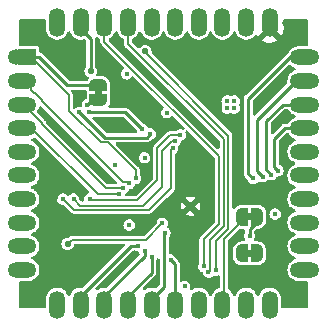
<source format=gbr>
%TF.GenerationSoftware,KiCad,Pcbnew,(5.99.0-13244-g73f40b11ee)*%
%TF.CreationDate,2021-12-16T18:40:10-08:00*%
%TF.ProjectId,MiniMike_RP2040,4d696e69-4d69-46b6-955f-525032303430,rev?*%
%TF.SameCoordinates,Original*%
%TF.FileFunction,Copper,L4,Bot*%
%TF.FilePolarity,Positive*%
%FSLAX46Y46*%
G04 Gerber Fmt 4.6, Leading zero omitted, Abs format (unit mm)*
G04 Created by KiCad (PCBNEW (5.99.0-13244-g73f40b11ee)) date 2021-12-16 18:40:10*
%MOMM*%
%LPD*%
G01*
G04 APERTURE LIST*
G04 Aperture macros list*
%AMFreePoly0*
4,1,22,0.500000,-0.750000,0.000000,-0.750000,0.000000,-0.745033,-0.079941,-0.743568,-0.215256,-0.701293,-0.333266,-0.622738,-0.424486,-0.514219,-0.481581,-0.384460,-0.499164,-0.250000,-0.500000,-0.250000,-0.500000,0.250000,-0.499164,0.250000,-0.499963,0.256109,-0.478152,0.396186,-0.417904,0.524511,-0.324060,0.630769,-0.204165,0.706417,-0.067858,0.745374,0.000000,0.744959,0.000000,0.750000,
0.500000,0.750000,0.500000,-0.750000,0.500000,-0.750000,$1*%
%AMFreePoly1*
4,1,20,0.000000,0.744959,0.073905,0.744508,0.209726,0.703889,0.328688,0.626782,0.421226,0.519385,0.479903,0.390333,0.500000,0.250000,0.500000,-0.250000,0.499851,-0.262216,0.476331,-0.402017,0.414519,-0.529596,0.319384,-0.634700,0.198574,-0.708877,0.061801,-0.746166,0.000000,-0.745033,0.000000,-0.750000,-0.500000,-0.750000,-0.500000,0.750000,0.000000,0.750000,0.000000,0.744959,
0.000000,0.744959,$1*%
G04 Aperture macros list end*
%TA.AperFunction,ComponentPad*%
%ADD10C,0.600000*%
%TD*%
%TA.AperFunction,ComponentPad*%
%ADD11R,1.350000X1.350000*%
%TD*%
%TA.AperFunction,SMDPad,CuDef*%
%ADD12R,1.075000X1.350000*%
%TD*%
%TA.AperFunction,ComponentPad*%
%ADD13C,1.350000*%
%TD*%
%TA.AperFunction,SMDPad,CuDef*%
%ADD14R,1.350000X1.075000*%
%TD*%
%TA.AperFunction,SMDPad,CuDef*%
%ADD15FreePoly0,270.000000*%
%TD*%
%TA.AperFunction,SMDPad,CuDef*%
%ADD16FreePoly1,270.000000*%
%TD*%
%TA.AperFunction,SMDPad,CuDef*%
%ADD17FreePoly0,0.000000*%
%TD*%
%TA.AperFunction,SMDPad,CuDef*%
%ADD18FreePoly1,0.000000*%
%TD*%
%TA.AperFunction,SMDPad,CuDef*%
%ADD19FreePoly0,180.000000*%
%TD*%
%TA.AperFunction,SMDPad,CuDef*%
%ADD20FreePoly1,180.000000*%
%TD*%
%TA.AperFunction,ViaPad*%
%ADD21C,0.450000*%
%TD*%
%TA.AperFunction,ViaPad*%
%ADD22C,0.550000*%
%TD*%
%TA.AperFunction,Conductor*%
%ADD23C,0.254000*%
%TD*%
%TA.AperFunction,Conductor*%
%ADD24C,0.152400*%
%TD*%
%TA.AperFunction,Conductor*%
%ADD25C,0.177800*%
%TD*%
%TA.AperFunction,Conductor*%
%ADD26C,0.228600*%
%TD*%
G04 APERTURE END LIST*
%TO.C,JP3*%
G36*
X133800000Y-103250000D02*
G01*
X133200000Y-103250000D01*
X133200000Y-102750000D01*
X133800000Y-102750000D01*
X133800000Y-103250000D01*
G37*
%TO.C,JP2*%
G36*
X146550000Y-113800000D02*
G01*
X146050000Y-113800000D01*
X146050000Y-113200000D01*
X146550000Y-113200000D01*
X146550000Y-113800000D01*
G37*
%TO.C,JP1*%
G36*
X146550000Y-116900000D02*
G01*
X146050000Y-116900000D01*
X146050000Y-116300000D01*
X146550000Y-116300000D01*
X146550000Y-116900000D01*
G37*
%TD*%
D10*
%TO.P,U2,57,GND*%
%TO.N,GND*%
X141299997Y-112600003D03*
%TD*%
D11*
%TO.P,PADS1,1*%
%TO.N,/GPIO0*%
X127575000Y-100000000D03*
D12*
X127175000Y-100000000D03*
D13*
X126500000Y-100000000D03*
%TO.P,PADS1,2*%
%TO.N,/GPIO1*%
X127575000Y-102000000D03*
X126500000Y-102000000D03*
D12*
X127000000Y-102000000D03*
D13*
%TO.P,PADS1,3*%
%TO.N,/GPIO2*%
X126500000Y-104000000D03*
D12*
X127000000Y-104000000D03*
D13*
X127575000Y-104000000D03*
%TO.P,PADS1,4*%
%TO.N,/GPIO3*%
X127575000Y-106000000D03*
D12*
X127000000Y-106000000D03*
D13*
X126500000Y-106000000D03*
%TO.P,PADS1,5*%
%TO.N,/GPIO4*%
X127575000Y-108000000D03*
X126500000Y-108000000D03*
D12*
X127000000Y-108000000D03*
D13*
%TO.P,PADS1,6*%
%TO.N,/GPIO5*%
X126500000Y-110000000D03*
X127575000Y-110000000D03*
D12*
X127000000Y-110000000D03*
D13*
%TO.P,PADS1,7*%
%TO.N,/GPIO6*%
X127575000Y-112000000D03*
X126500000Y-112000000D03*
D12*
X127000000Y-112000000D03*
%TO.P,PADS1,8*%
%TO.N,/GPIO7*%
X127000000Y-114000000D03*
D13*
X126500000Y-114000000D03*
X127575000Y-114000000D03*
%TO.P,PADS1,9*%
%TO.N,/GPIO8*%
X127575000Y-116000000D03*
D12*
X127000000Y-116000000D03*
D13*
X126500000Y-116000000D03*
%TO.P,PADS1,10*%
%TO.N,/GPIO9*%
X127575000Y-118000000D03*
X126500000Y-118000000D03*
D12*
X127000000Y-118000000D03*
D14*
%TO.P,PADS1,11*%
%TO.N,/GPIO10*%
X130000000Y-120825000D03*
D13*
X130000000Y-120425000D03*
X130000000Y-121500000D03*
%TO.P,PADS1,12*%
%TO.N,/GPIO11*%
X132000000Y-120425000D03*
X132000000Y-121500000D03*
D14*
X132000000Y-120825000D03*
D13*
%TO.P,PADS1,13*%
%TO.N,/GPIO12*%
X134000000Y-120425000D03*
X134000000Y-121500000D03*
D14*
X134000000Y-120825000D03*
D13*
%TO.P,PADS1,14*%
%TO.N,/GPIO13*%
X136000000Y-120425000D03*
X136000000Y-121500000D03*
D14*
X136000000Y-120825000D03*
D13*
%TO.P,PADS1,15*%
%TO.N,/GPIO14*%
X138000000Y-120425000D03*
D14*
X138000000Y-120825000D03*
D13*
X138000000Y-121500000D03*
%TO.P,PADS1,16*%
%TO.N,/GPIO15*%
X140000000Y-121500000D03*
X140000000Y-120425000D03*
D14*
X140000000Y-120825000D03*
D13*
%TO.P,PADS1,17*%
%TO.N,/GPIO16*%
X142000000Y-121500000D03*
D14*
X142000000Y-120825000D03*
D13*
X142000000Y-120425000D03*
D14*
%TO.P,PADS1,18*%
%TO.N,/GPIO17*%
X144000000Y-120825000D03*
D13*
X144000000Y-120425000D03*
X144000000Y-121500000D03*
%TO.P,PADS1,19*%
%TO.N,/GPIO18*%
X146000000Y-120425000D03*
X146000000Y-121500000D03*
D14*
X146000000Y-120825000D03*
D13*
%TO.P,PADS1,20*%
%TO.N,/GPIO19*%
X148000000Y-121500000D03*
D14*
X148000000Y-120825000D03*
D13*
X148000000Y-120425000D03*
%TO.P,PADS1,21*%
%TO.N,/GPIO20*%
X150425000Y-118000000D03*
X151500000Y-118000000D03*
D12*
X150925000Y-118000000D03*
%TO.P,PADS1,22*%
%TO.N,/GPIO21*%
X150925000Y-116000000D03*
D13*
X150425000Y-116000000D03*
X151500000Y-116000000D03*
%TO.P,PADS1,23*%
%TO.N,/GPIO22*%
X150425000Y-114000000D03*
D12*
X150925000Y-114000000D03*
D13*
X151500000Y-114000000D03*
D12*
%TO.P,PADS1,24*%
%TO.N,/GPIO23*%
X150925000Y-112000000D03*
D13*
X150425000Y-112000000D03*
X151500000Y-112000000D03*
D12*
%TO.P,PADS1,25*%
%TO.N,/GPIO24*%
X150925000Y-110000000D03*
D13*
X150425000Y-110000000D03*
X151500000Y-110000000D03*
%TO.P,PADS1,26*%
%TO.N,/GPIO25*%
X150425000Y-108000000D03*
X151500000Y-108000000D03*
D12*
X150925000Y-108000000D03*
%TO.P,PADS1,27*%
%TO.N,/GPIO26_ADC0*%
X150925000Y-106000000D03*
D13*
X151500000Y-106000000D03*
X150425000Y-106000000D03*
%TO.P,PADS1,28*%
%TO.N,/GPIO27_ADC1*%
X150425000Y-104000000D03*
D12*
X150925000Y-104000000D03*
D13*
X151500000Y-104000000D03*
D12*
%TO.P,PADS1,29*%
%TO.N,/GPIO28_ADC2*%
X150925000Y-102000000D03*
D13*
X150425000Y-102000000D03*
X151500000Y-102000000D03*
D12*
%TO.P,PADS1,30*%
%TO.N,/GPIO29_ADC3*%
X150925000Y-100000000D03*
D13*
X151500000Y-100000000D03*
X150425000Y-100000000D03*
%TO.P,PADS1,31*%
%TO.N,GND*%
X148000000Y-96500000D03*
D14*
X148000000Y-97075000D03*
D13*
X148000000Y-97575000D03*
D14*
%TO.P,PADS1,32*%
%TO.N,/En*%
X146000000Y-97075000D03*
D13*
X146000000Y-97575000D03*
X146000000Y-96500000D03*
%TO.P,PADS1,33*%
%TO.N,+5V*%
X144000000Y-96500000D03*
D14*
X144000000Y-97075000D03*
D13*
X144000000Y-97575000D03*
%TO.P,PADS1,34*%
%TO.N,+3V3*%
X142000000Y-96500000D03*
X142000000Y-97575000D03*
D14*
X142000000Y-97075000D03*
D13*
%TO.P,PADS1,35*%
%TO.N,/USB_D-*%
X140000000Y-97575000D03*
X140000000Y-96500000D03*
D14*
X140000000Y-97075000D03*
%TO.P,PADS1,36*%
%TO.N,/USB_D+*%
X138000000Y-97075000D03*
D13*
X138000000Y-97575000D03*
X138000000Y-96500000D03*
%TO.P,PADS1,37*%
%TO.N,/SWDIO*%
X136000000Y-96500000D03*
X136000000Y-97575000D03*
D14*
X136000000Y-97075000D03*
%TO.P,PADS1,38*%
%TO.N,/SWCLK*%
X134000000Y-97075000D03*
D13*
X134000000Y-97575000D03*
X134000000Y-96500000D03*
D14*
%TO.P,PADS1,39*%
%TO.N,/RUN*%
X132000000Y-97075000D03*
D13*
X132000000Y-97575000D03*
X132000000Y-96500000D03*
%TO.P,PADS1,40*%
%TO.N,/BOOTSEL*%
X130000000Y-97575000D03*
X130000000Y-96500000D03*
D14*
X130000000Y-97075000D03*
%TD*%
D15*
%TO.P,JP3,1,A*%
%TO.N,/GPIO0*%
X133500000Y-102350000D03*
D16*
%TO.P,JP3,2,B*%
%TO.N,Net-(D1-Pad2)*%
X133500000Y-103650000D03*
%TD*%
D17*
%TO.P,JP2,1,A*%
%TO.N,/GPIO17*%
X145650000Y-113500000D03*
D18*
%TO.P,JP2,2,B*%
%TO.N,Net-(D2-Pad3)*%
X146950000Y-113500000D03*
%TD*%
D19*
%TO.P,JP1,1,A*%
%TO.N,+3V3*%
X146950000Y-116600000D03*
D20*
%TO.P,JP1,2,B*%
%TO.N,Net-(C14-Pad2)*%
X145650000Y-116600000D03*
%TD*%
D21*
%TO.N,GND*%
X137350000Y-103650000D03*
X147400000Y-103200000D03*
X135500000Y-107400000D03*
X136300000Y-117100000D03*
X132125000Y-108300000D03*
X133700000Y-114200000D03*
X128750000Y-97550000D03*
X150750000Y-97850000D03*
X135050000Y-105500000D03*
X145000000Y-105000000D03*
X142600000Y-118900000D03*
X148850000Y-105650000D03*
X131150000Y-116750000D03*
X137350000Y-102900000D03*
X133800000Y-117300000D03*
X148000000Y-103200000D03*
X139327000Y-112629000D03*
X148000000Y-102600000D03*
X143500000Y-104300000D03*
X129500700Y-118580000D03*
X129092265Y-105233737D03*
X140100000Y-100750000D03*
X138513029Y-119013029D03*
X144400000Y-103000000D03*
X137700000Y-101450000D03*
X149200000Y-107100000D03*
X143510023Y-103710023D03*
X129116200Y-108300000D03*
X149095951Y-117304049D03*
X148700000Y-102600000D03*
X148300000Y-117900000D03*
X131200000Y-101200000D03*
X149104478Y-113246744D03*
X131925000Y-103875000D03*
X136500000Y-107400000D03*
X143500000Y-104900000D03*
X145000000Y-103000000D03*
X127262000Y-119360000D03*
%TO.N,+3V3*%
X144400000Y-103700000D03*
X140800000Y-119400000D03*
X145000000Y-104300000D03*
X136100000Y-114200000D03*
X148455291Y-113266979D03*
X144400000Y-104300000D03*
X137400000Y-108500000D03*
X147200000Y-116900000D03*
X139300000Y-104700000D03*
X145000000Y-103700000D03*
X134920000Y-109080000D03*
X135900000Y-101400000D03*
%TO.N,Net-(C14-Pad2)*%
X145570514Y-117100000D03*
%TO.N,Net-(D1-Pad2)*%
X132559678Y-104012974D03*
%TO.N,Net-(D2-Pad3)*%
X146300000Y-115100000D03*
%TO.N,/GPIO10*%
X138900000Y-114050000D03*
D22*
X130900000Y-115800000D03*
D21*
%TO.N,/GPIO26_ADC0*%
X148699300Y-109600000D03*
%TO.N,/GPIO11*%
X136867247Y-115943091D03*
%TO.N,/GPIO12*%
X137400000Y-116400000D03*
%TO.N,/GPIO13*%
X138000000Y-116900700D03*
%TO.N,/GPIO14*%
X139122579Y-114861652D03*
%TO.N,/GPIO15*%
X139616040Y-117147380D03*
%TO.N,/SWCLK*%
X142399300Y-117700000D03*
%TO.N,/SWDIO*%
X142816820Y-118197522D03*
D22*
%TO.N,/RUN*%
X132847185Y-101167143D03*
D21*
X143435560Y-118000000D03*
D22*
X137466578Y-99503422D03*
D21*
%TO.N,/QSPI_SD3*%
X140432416Y-106565514D03*
X132760000Y-112000000D03*
%TO.N,/QSPI_SCLK*%
X131400000Y-112000000D03*
X139974493Y-107066214D03*
%TO.N,/QSPI_SD0*%
X139783482Y-107699015D03*
X130500000Y-112000000D03*
%TO.N,/QSPI_SD2*%
X131881480Y-104665184D03*
X137904600Y-106482200D03*
%TO.N,/QSPI_SD1*%
X132718520Y-104665184D03*
X137200000Y-106100000D03*
%TO.N,/GPIO2*%
X135606088Y-111083300D03*
%TO.N,/GPIO3*%
X135200000Y-111599300D03*
%TO.N,/GPIO27_ADC1*%
X148138519Y-109927686D03*
%TO.N,/GPIO28_ADC2*%
X147403777Y-110103777D03*
%TO.N,/GPIO0*%
X136643491Y-110257800D03*
%TO.N,/GPIO1*%
X136122034Y-110664200D03*
%TO.N,/GPIO29_ADC3*%
X146600000Y-110257800D03*
%TD*%
D23*
%TO.N,Net-(D1-Pad2)*%
X132559678Y-104012974D02*
X132922652Y-103650000D01*
%TO.N,Net-(D2-Pad3)*%
X146300000Y-114561769D02*
X146950000Y-113911769D01*
X146300000Y-115100000D02*
X146300000Y-114561769D01*
D24*
%TO.N,/GPIO10*%
X138900000Y-114050000D02*
X137507620Y-115442380D01*
X131257620Y-115442380D02*
X130900000Y-115800000D01*
X137507620Y-115442380D02*
X131257620Y-115442380D01*
D23*
%TO.N,/GPIO26_ADC0*%
X148400000Y-109300700D02*
X148400000Y-106900000D01*
X148400000Y-106900000D02*
X149300000Y-106000000D01*
X149300000Y-106000000D02*
X150230000Y-106000000D01*
X148699300Y-109600000D02*
X148400000Y-109300700D01*
%TO.N,/GPIO11*%
X136286909Y-115943091D02*
X132000000Y-120230000D01*
X136867247Y-115943091D02*
X136286909Y-115943091D01*
%TO.N,/GPIO12*%
X137400000Y-116830000D02*
X134000000Y-120230000D01*
X137400000Y-116400000D02*
X137400000Y-116830000D01*
%TO.N,/GPIO13*%
X138000000Y-118230000D02*
X136000000Y-120230000D01*
X138000000Y-116900700D02*
X138000000Y-118230000D01*
%TO.N,/GPIO14*%
X139064540Y-119435460D02*
X138270000Y-120230000D01*
X139122579Y-114861652D02*
X139064540Y-114919691D01*
X139064540Y-114919691D02*
X139064540Y-119435460D01*
%TO.N,/GPIO15*%
X140000000Y-117531340D02*
X140000000Y-120230000D01*
X139616040Y-117147380D02*
X140000000Y-117531340D01*
D25*
%TO.N,/SWCLK*%
X143722680Y-114077320D02*
X143722680Y-108388680D01*
X142399300Y-115400700D02*
X143722680Y-114077320D01*
X134000000Y-98666000D02*
X134000000Y-97575000D01*
X143722680Y-108388680D02*
X134000000Y-98666000D01*
X142399300Y-117700000D02*
X142399300Y-115400700D01*
%TO.N,/SWDIO*%
X144100000Y-106933612D02*
X144100000Y-114300000D01*
X136000000Y-98833612D02*
X144100000Y-106933612D01*
X144100000Y-114300000D02*
X142912711Y-115487289D01*
X142912711Y-118101631D02*
X142816820Y-118197522D01*
X142912711Y-115487289D02*
X142912711Y-118101631D01*
X136000000Y-97575000D02*
X136000000Y-98833612D01*
D26*
%TO.N,/RUN*%
X132847185Y-98422185D02*
X132000000Y-97575000D01*
D25*
X144500000Y-106626074D02*
X144500000Y-114500000D01*
X144500000Y-114500000D02*
X143435560Y-115564440D01*
X137466578Y-99503422D02*
X137466578Y-99592652D01*
D26*
X132847185Y-101167143D02*
X132847185Y-98422185D01*
D25*
X143435560Y-115564440D02*
X143435560Y-118000000D01*
X137466578Y-99592652D02*
X144500000Y-106626074D01*
D24*
%TO.N,/QSPI_SD3*%
X138488800Y-110411200D02*
X136800000Y-112100000D01*
X140432416Y-106565514D02*
X139573886Y-106565514D01*
X139573886Y-106565514D02*
X138488800Y-107650600D01*
X136800000Y-112100000D02*
X132860000Y-112100000D01*
X132860000Y-112100000D02*
X132760000Y-112000000D01*
X138488800Y-107650600D02*
X138488800Y-110411200D01*
%TO.N,/QSPI_SCLK*%
X138844400Y-110955600D02*
X137251920Y-112548080D01*
X138844400Y-107930000D02*
X138844400Y-110955600D01*
X131948080Y-112548080D02*
X131400000Y-112000000D01*
X137251920Y-112548080D02*
X131948080Y-112548080D01*
X139974493Y-107066214D02*
X139708186Y-107066214D01*
X139708186Y-107066214D02*
X138844400Y-107930000D01*
%TO.N,/QSPI_SD0*%
X131400000Y-112900000D02*
X130500000Y-112000000D01*
X139638011Y-111061989D02*
X137800000Y-112900000D01*
X139638011Y-107844486D02*
X139638011Y-111061989D01*
X139783482Y-107699015D02*
X139638011Y-107844486D01*
X137800000Y-112900000D02*
X131400000Y-112900000D01*
D23*
%TO.N,/QSPI_SD2*%
X137904600Y-106482200D02*
X137589694Y-106797106D01*
X137589694Y-106797106D02*
X134013402Y-106797106D01*
X134013402Y-106797106D02*
X131881480Y-104665184D01*
%TO.N,/QSPI_SD1*%
X132718520Y-104665184D02*
X135765184Y-104665184D01*
X135765184Y-104665184D02*
X137200000Y-106100000D01*
D25*
%TO.N,/GPIO2*%
X128733411Y-105659485D02*
X134157226Y-111083300D01*
X128733411Y-105600941D02*
X128733411Y-105659485D01*
X134157226Y-111083300D02*
X135606088Y-111083300D01*
X127770000Y-104000000D02*
X127770000Y-104637530D01*
X127770000Y-104637530D02*
X128733411Y-105600941D01*
%TO.N,/GPIO3*%
X135200000Y-111599300D02*
X133425374Y-111599300D01*
X133425374Y-111599300D02*
X127826074Y-106000000D01*
D23*
%TO.N,/GPIO27_ADC1*%
X149100000Y-104000000D02*
X150230000Y-104000000D01*
X147700000Y-105400000D02*
X149100000Y-104000000D01*
X148138519Y-109927686D02*
X147700000Y-109489167D01*
X147700000Y-109489167D02*
X147700000Y-105400000D01*
%TO.N,/GPIO28_ADC2*%
X146900000Y-105330000D02*
X150230000Y-102000000D01*
X147403777Y-110103777D02*
X146900000Y-109600000D01*
X146900000Y-109600000D02*
X146900000Y-105330000D01*
D24*
%TO.N,/GPIO17*%
X144100000Y-115415650D02*
X144100000Y-120130000D01*
X145650000Y-113865650D02*
X144100000Y-115415650D01*
D25*
%TO.N,/GPIO0*%
X133702748Y-107212526D02*
X134312526Y-107212526D01*
X131000000Y-103230000D02*
X131000000Y-104509778D01*
D23*
X130850000Y-102350000D02*
X133500000Y-102350000D01*
X128500000Y-100000000D02*
X130850000Y-102350000D01*
D25*
X136643491Y-109543491D02*
X136643491Y-110257800D01*
X134312526Y-107212526D02*
X136643491Y-109543491D01*
X131000000Y-104509778D02*
X133702748Y-107212526D01*
D23*
X127770000Y-100000000D02*
X128500000Y-100000000D01*
D25*
X127770000Y-100000000D02*
X131000000Y-103230000D01*
%TO.N,/GPIO1*%
X128733411Y-103733411D02*
X135569889Y-110569889D01*
X127770000Y-102000000D02*
X127770000Y-102770000D01*
X128169059Y-103036589D02*
X128733411Y-103600941D01*
X128036589Y-103036589D02*
X128169059Y-103036589D01*
X136027723Y-110569889D02*
X136122034Y-110664200D01*
X128733411Y-103600941D02*
X128733411Y-103733411D01*
X135569889Y-110569889D02*
X136027723Y-110569889D01*
X127770000Y-102770000D02*
X128036589Y-103036589D01*
D23*
%TO.N,/GPIO29_ADC3*%
X146600000Y-110257800D02*
X146200000Y-109857800D01*
X146200000Y-103500000D02*
X149700000Y-100000000D01*
X146200000Y-109857800D02*
X146200000Y-103500000D01*
%TD*%
%TA.AperFunction,Conductor*%
%TO.N,GND*%
G36*
X141018184Y-106191478D02*
G01*
X141071579Y-106223220D01*
X143342375Y-108494016D01*
X143376401Y-108556328D01*
X143379280Y-108583111D01*
X143379280Y-113882889D01*
X143359278Y-113951010D01*
X143342375Y-113971984D01*
X142170970Y-115143389D01*
X142162866Y-115150816D01*
X142148103Y-115163204D01*
X142132183Y-115176562D01*
X142126673Y-115186106D01*
X142112162Y-115211239D01*
X142106258Y-115220506D01*
X142089595Y-115244304D01*
X142089594Y-115244307D01*
X142083273Y-115253334D01*
X142080421Y-115263977D01*
X142078611Y-115267859D01*
X142077142Y-115271896D01*
X142071632Y-115281439D01*
X142069719Y-115292289D01*
X142069718Y-115292291D01*
X142064676Y-115320888D01*
X142062300Y-115331606D01*
X142051930Y-115370309D01*
X142052890Y-115381283D01*
X142052890Y-115381285D01*
X142055421Y-115410210D01*
X142055900Y-115421192D01*
X142055900Y-117316737D01*
X142035898Y-117384858D01*
X142024343Y-117400142D01*
X141994409Y-117434036D01*
X141990595Y-117442159D01*
X141990594Y-117442161D01*
X141975357Y-117474615D01*
X141936036Y-117558366D01*
X141932902Y-117578497D01*
X141916286Y-117685209D01*
X141916286Y-117685213D01*
X141914905Y-117694082D01*
X141932714Y-117830273D01*
X141988032Y-117955992D01*
X142076411Y-118061132D01*
X142190747Y-118137240D01*
X142199317Y-118139917D01*
X142199318Y-118139918D01*
X142254133Y-118157043D01*
X142313190Y-118196448D01*
X142341496Y-118260973D01*
X142350234Y-118327795D01*
X142405552Y-118453514D01*
X142411330Y-118460387D01*
X142411330Y-118460388D01*
X142435825Y-118489528D01*
X142493931Y-118558654D01*
X142608267Y-118634762D01*
X142739369Y-118675721D01*
X142876696Y-118678238D01*
X142885929Y-118675721D01*
X143000547Y-118644473D01*
X143009211Y-118642111D01*
X143126259Y-118570243D01*
X143188243Y-118501764D01*
X143248787Y-118464683D01*
X143319232Y-118466053D01*
X143349540Y-118475522D01*
X143349541Y-118475522D01*
X143358109Y-118478199D01*
X143495436Y-118480716D01*
X143504099Y-118478354D01*
X143504101Y-118478354D01*
X143610159Y-118449440D01*
X143681142Y-118450820D01*
X143740111Y-118490358D01*
X143768343Y-118555500D01*
X143769300Y-118571003D01*
X143769300Y-119428425D01*
X143749298Y-119496546D01*
X143694548Y-119543532D01*
X143538722Y-119612909D01*
X143538719Y-119612911D01*
X143532690Y-119615595D01*
X143527349Y-119619475D01*
X143527348Y-119619476D01*
X143386882Y-119721531D01*
X143374617Y-119730442D01*
X143370196Y-119735352D01*
X143370195Y-119735353D01*
X143285032Y-119829937D01*
X143243877Y-119875644D01*
X143217576Y-119921199D01*
X143151800Y-120035126D01*
X143146182Y-120044856D01*
X143144140Y-120051141D01*
X143119833Y-120125950D01*
X143079760Y-120184556D01*
X143014363Y-120212193D01*
X142944406Y-120200086D01*
X142892100Y-120152080D01*
X142880167Y-120125950D01*
X142855860Y-120051141D01*
X142853818Y-120044856D01*
X142848201Y-120035126D01*
X142782424Y-119921199D01*
X142756123Y-119875644D01*
X142714969Y-119829937D01*
X142629805Y-119735353D01*
X142629804Y-119735352D01*
X142625383Y-119730442D01*
X142613119Y-119721531D01*
X142472652Y-119619476D01*
X142472651Y-119619475D01*
X142467310Y-119615595D01*
X142461281Y-119612911D01*
X142461278Y-119612909D01*
X142294849Y-119538811D01*
X142294846Y-119538810D01*
X142288813Y-119536124D01*
X142197177Y-119516646D01*
X142104151Y-119496872D01*
X142104146Y-119496872D01*
X142097694Y-119495500D01*
X141902306Y-119495500D01*
X141895854Y-119496872D01*
X141895849Y-119496872D01*
X141802823Y-119516646D01*
X141711187Y-119536124D01*
X141705154Y-119538810D01*
X141705151Y-119538811D01*
X141538722Y-119612909D01*
X141538719Y-119612911D01*
X141532690Y-119615595D01*
X141460115Y-119668324D01*
X141393250Y-119692181D01*
X141324098Y-119676101D01*
X141274618Y-119625188D01*
X141260518Y-119555605D01*
X141261802Y-119545483D01*
X141283479Y-119416633D01*
X141284286Y-119411836D01*
X141284431Y-119400000D01*
X141266879Y-119277438D01*
X141266232Y-119272923D01*
X141266232Y-119272921D01*
X141264959Y-119264036D01*
X141208110Y-119139003D01*
X141118453Y-119034951D01*
X141003196Y-118960244D01*
X140871603Y-118920890D01*
X140862627Y-118920835D01*
X140862626Y-118920835D01*
X140805080Y-118920484D01*
X140734255Y-118920051D01*
X140602192Y-118957795D01*
X140594605Y-118962582D01*
X140594603Y-118962583D01*
X140574735Y-118975119D01*
X140506450Y-118994553D01*
X140438498Y-118973984D01*
X140392454Y-118919943D01*
X140381500Y-118868557D01*
X140381500Y-117585476D01*
X140384085Y-117561187D01*
X140384153Y-117559740D01*
X140386345Y-117549560D01*
X140382373Y-117516000D01*
X140382020Y-117510019D01*
X140381928Y-117510027D01*
X140381500Y-117504848D01*
X140381500Y-117499648D01*
X140380647Y-117494521D01*
X140380646Y-117494513D01*
X140378312Y-117480491D01*
X140377475Y-117474615D01*
X140372641Y-117433771D01*
X140372640Y-117433769D01*
X140371417Y-117423432D01*
X140367433Y-117415135D01*
X140365922Y-117406057D01*
X140360978Y-117396895D01*
X140360977Y-117396891D01*
X140341447Y-117360696D01*
X140338751Y-117355406D01*
X140319871Y-117316087D01*
X140319871Y-117316086D01*
X140316440Y-117308942D01*
X140312830Y-117304648D01*
X140310898Y-117302716D01*
X140309111Y-117300767D01*
X140309082Y-117300714D01*
X140309212Y-117300595D01*
X140308711Y-117300027D01*
X140305612Y-117294283D01*
X140265792Y-117257474D01*
X140262227Y-117254045D01*
X140120943Y-117112761D01*
X140086917Y-117050449D01*
X140085316Y-117041559D01*
X140080999Y-117011416D01*
X140024150Y-116886383D01*
X139934493Y-116782331D01*
X139819236Y-116707624D01*
X139687643Y-116668270D01*
X139678667Y-116668215D01*
X139678666Y-116668215D01*
X139571270Y-116667559D01*
X139503273Y-116647141D01*
X139457109Y-116593202D01*
X139446040Y-116541561D01*
X139446040Y-115267438D01*
X139466042Y-115199317D01*
X139478620Y-115182888D01*
X139524191Y-115132542D01*
X139530651Y-115119210D01*
X139580164Y-115017014D01*
X139580164Y-115017013D01*
X139584078Y-115008935D01*
X139606865Y-114873488D01*
X139607010Y-114861652D01*
X139606163Y-114855734D01*
X139588811Y-114734575D01*
X139588811Y-114734573D01*
X139587538Y-114725688D01*
X139530689Y-114600655D01*
X139441032Y-114496603D01*
X139433498Y-114491720D01*
X139433495Y-114491717D01*
X139363524Y-114446364D01*
X139317240Y-114392528D01*
X139307409Y-114322215D01*
X139318664Y-114285694D01*
X139357585Y-114205362D01*
X139357585Y-114205361D01*
X139361499Y-114197283D01*
X139384286Y-114061836D01*
X139384431Y-114050000D01*
X139383584Y-114044082D01*
X139366232Y-113922923D01*
X139366232Y-113922921D01*
X139364959Y-113914036D01*
X139308110Y-113789003D01*
X139218453Y-113684951D01*
X139103196Y-113610244D01*
X138971603Y-113570890D01*
X138962627Y-113570835D01*
X138962626Y-113570835D01*
X138905080Y-113570484D01*
X138834255Y-113570051D01*
X138702192Y-113607795D01*
X138694605Y-113612582D01*
X138694603Y-113612583D01*
X138644183Y-113644396D01*
X138586031Y-113681087D01*
X138580088Y-113687816D01*
X138514056Y-113762583D01*
X138495109Y-113784036D01*
X138491295Y-113792159D01*
X138491294Y-113792161D01*
X138471204Y-113834951D01*
X138436736Y-113908366D01*
X138435356Y-113917230D01*
X138435355Y-113917233D01*
X138417758Y-114030255D01*
X138387514Y-114094488D01*
X138382370Y-114099949D01*
X137407544Y-115074776D01*
X137345233Y-115108800D01*
X137318450Y-115111680D01*
X131277569Y-115111680D01*
X131266588Y-115111201D01*
X131239329Y-115108816D01*
X131239328Y-115108816D01*
X131228353Y-115107856D01*
X131191281Y-115117789D01*
X131180567Y-115120164D01*
X131164720Y-115122958D01*
X131153623Y-115124915D01*
X131153622Y-115124915D01*
X131142769Y-115126829D01*
X131133224Y-115132340D01*
X131129731Y-115133611D01*
X131126353Y-115135186D01*
X131115704Y-115138040D01*
X131106673Y-115144364D01*
X131106670Y-115144365D01*
X131084265Y-115160053D01*
X131074995Y-115165958D01*
X131041771Y-115185141D01*
X131034687Y-115193584D01*
X131034684Y-115193586D01*
X131017098Y-115214544D01*
X131009672Y-115222648D01*
X131002216Y-115230104D01*
X130939904Y-115264130D01*
X130913121Y-115267009D01*
X130908189Y-115267009D01*
X130900000Y-115265931D01*
X130761773Y-115284129D01*
X130632966Y-115337483D01*
X130626412Y-115342512D01*
X130573076Y-115383438D01*
X130522356Y-115422356D01*
X130437483Y-115532966D01*
X130384129Y-115661773D01*
X130365931Y-115800000D01*
X130367009Y-115808188D01*
X130381216Y-115916097D01*
X130384129Y-115938227D01*
X130437483Y-116067034D01*
X130522356Y-116177644D01*
X130528906Y-116182670D01*
X130528907Y-116182671D01*
X130544086Y-116194318D01*
X130632965Y-116262517D01*
X130761773Y-116315871D01*
X130900000Y-116334069D01*
X130908188Y-116332991D01*
X131030039Y-116316949D01*
X131038227Y-116315871D01*
X131167035Y-116262517D01*
X131255914Y-116194318D01*
X131271093Y-116182671D01*
X131271094Y-116182670D01*
X131277644Y-116177644D01*
X131362517Y-116067034D01*
X131415871Y-115938227D01*
X131423190Y-115882634D01*
X131451912Y-115817706D01*
X131511178Y-115778615D01*
X131548112Y-115773080D01*
X135613207Y-115773080D01*
X135681328Y-115793082D01*
X135727821Y-115846738D01*
X135737925Y-115917012D01*
X135708431Y-115981592D01*
X135702302Y-115988175D01*
X132226299Y-119464178D01*
X132163987Y-119498204D01*
X132111008Y-119498330D01*
X132107123Y-119497504D01*
X132104150Y-119496872D01*
X132104148Y-119496872D01*
X132097694Y-119495500D01*
X131902306Y-119495500D01*
X131895854Y-119496872D01*
X131895849Y-119496872D01*
X131802823Y-119516646D01*
X131711187Y-119536124D01*
X131705154Y-119538810D01*
X131705151Y-119538811D01*
X131538722Y-119612909D01*
X131538719Y-119612911D01*
X131532690Y-119615595D01*
X131527349Y-119619475D01*
X131527348Y-119619476D01*
X131386882Y-119721531D01*
X131374617Y-119730442D01*
X131370196Y-119735352D01*
X131370195Y-119735353D01*
X131285032Y-119829937D01*
X131243877Y-119875644D01*
X131217576Y-119921199D01*
X131151800Y-120035126D01*
X131146182Y-120044856D01*
X131144140Y-120051141D01*
X131119833Y-120125950D01*
X131079760Y-120184556D01*
X131014363Y-120212193D01*
X130944406Y-120200086D01*
X130892100Y-120152080D01*
X130880167Y-120125950D01*
X130855860Y-120051141D01*
X130853818Y-120044856D01*
X130848201Y-120035126D01*
X130782424Y-119921199D01*
X130756123Y-119875644D01*
X130714969Y-119829937D01*
X130629805Y-119735353D01*
X130629804Y-119735352D01*
X130625383Y-119730442D01*
X130613119Y-119721531D01*
X130472652Y-119619476D01*
X130472651Y-119619475D01*
X130467310Y-119615595D01*
X130461281Y-119612911D01*
X130461278Y-119612909D01*
X130294849Y-119538811D01*
X130294846Y-119538810D01*
X130288813Y-119536124D01*
X130197177Y-119516646D01*
X130104151Y-119496872D01*
X130104146Y-119496872D01*
X130097694Y-119495500D01*
X129902306Y-119495500D01*
X129895854Y-119496872D01*
X129895849Y-119496872D01*
X129802823Y-119516646D01*
X129711187Y-119536124D01*
X129705154Y-119538810D01*
X129705151Y-119538811D01*
X129538722Y-119612909D01*
X129538719Y-119612911D01*
X129532690Y-119615595D01*
X129527349Y-119619475D01*
X129527348Y-119619476D01*
X129386882Y-119721531D01*
X129374617Y-119730442D01*
X129370196Y-119735352D01*
X129370195Y-119735353D01*
X129285032Y-119829937D01*
X129243877Y-119875644D01*
X129217576Y-119921199D01*
X129151800Y-120035126D01*
X129146182Y-120044856D01*
X129144140Y-120051141D01*
X129144139Y-120051143D01*
X129118568Y-120129844D01*
X129103502Y-120160908D01*
X129085266Y-120188199D01*
X129070500Y-120262433D01*
X129070500Y-120369681D01*
X129069810Y-120382851D01*
X129065380Y-120425000D01*
X129066070Y-120431563D01*
X129066070Y-120431565D01*
X129069810Y-120467149D01*
X129070500Y-120480319D01*
X129070501Y-121120000D01*
X129050499Y-121188121D01*
X128996843Y-121234614D01*
X128944501Y-121246000D01*
X126880000Y-121246000D01*
X126811879Y-121225998D01*
X126765386Y-121172342D01*
X126754000Y-121120000D01*
X126754000Y-119055500D01*
X126774002Y-118987379D01*
X126827658Y-118940886D01*
X126880000Y-118929500D01*
X127477279Y-118929499D01*
X127477303Y-118929499D01*
X127477306Y-118929500D01*
X127672694Y-118929500D01*
X127679146Y-118928128D01*
X127679151Y-118928128D01*
X127784273Y-118905783D01*
X127863813Y-118888876D01*
X127869846Y-118886190D01*
X127869849Y-118886189D01*
X128036278Y-118812091D01*
X128036281Y-118812089D01*
X128042310Y-118809405D01*
X128200383Y-118694558D01*
X128251813Y-118637439D01*
X128326704Y-118554264D01*
X128326705Y-118554263D01*
X128331123Y-118549356D01*
X128407926Y-118416330D01*
X128425514Y-118385867D01*
X128425515Y-118385866D01*
X128428818Y-118380144D01*
X128489196Y-118194318D01*
X128509620Y-118000000D01*
X128505717Y-117962866D01*
X128489886Y-117812246D01*
X128489886Y-117812245D01*
X128489196Y-117805682D01*
X128428818Y-117619856D01*
X128422985Y-117609752D01*
X128377266Y-117530566D01*
X128331123Y-117450644D01*
X128291451Y-117406583D01*
X128204805Y-117310353D01*
X128204804Y-117310352D01*
X128200383Y-117305442D01*
X128193890Y-117300724D01*
X128047652Y-117194476D01*
X128047651Y-117194475D01*
X128042310Y-117190595D01*
X128036281Y-117187911D01*
X128036278Y-117187909D01*
X127872759Y-117115107D01*
X127818663Y-117069127D01*
X127798013Y-117001200D01*
X127817365Y-116932892D01*
X127872759Y-116884893D01*
X128036278Y-116812091D01*
X128036281Y-116812089D01*
X128042310Y-116809405D01*
X128054922Y-116800242D01*
X128195039Y-116698441D01*
X128195041Y-116698439D01*
X128200383Y-116694558D01*
X128224808Y-116667431D01*
X128326704Y-116554264D01*
X128326705Y-116554263D01*
X128331123Y-116549356D01*
X128405156Y-116421128D01*
X128425514Y-116385867D01*
X128425515Y-116385866D01*
X128428818Y-116380144D01*
X128466010Y-116265677D01*
X128487156Y-116200597D01*
X128487156Y-116200596D01*
X128489196Y-116194318D01*
X128491102Y-116176189D01*
X128508930Y-116006565D01*
X128509620Y-116000000D01*
X128500930Y-115917325D01*
X128489886Y-115812246D01*
X128489886Y-115812245D01*
X128489196Y-115805682D01*
X128484690Y-115791812D01*
X128442548Y-115662112D01*
X128428818Y-115619856D01*
X128419477Y-115603676D01*
X128334424Y-115456362D01*
X128331123Y-115450644D01*
X128305653Y-115422356D01*
X128204805Y-115310353D01*
X128204804Y-115310352D01*
X128200383Y-115305442D01*
X128182283Y-115292291D01*
X128047652Y-115194476D01*
X128047651Y-115194475D01*
X128042310Y-115190595D01*
X128036281Y-115187911D01*
X128036278Y-115187909D01*
X127872759Y-115115107D01*
X127818663Y-115069127D01*
X127798013Y-115001200D01*
X127817365Y-114932892D01*
X127872759Y-114884893D01*
X128036278Y-114812091D01*
X128036281Y-114812089D01*
X128042310Y-114809405D01*
X128106096Y-114763062D01*
X128195039Y-114698441D01*
X128195041Y-114698439D01*
X128200383Y-114694558D01*
X128217523Y-114675522D01*
X128326704Y-114554264D01*
X128326705Y-114554263D01*
X128331123Y-114549356D01*
X128428818Y-114380144D01*
X128459506Y-114285694D01*
X128487156Y-114200597D01*
X128487156Y-114200596D01*
X128489196Y-114194318D01*
X128489221Y-114194082D01*
X135615605Y-114194082D01*
X135616769Y-114202984D01*
X135616769Y-114202987D01*
X135618554Y-114216633D01*
X135633414Y-114330273D01*
X135645142Y-114356927D01*
X135684496Y-114446364D01*
X135688732Y-114455992D01*
X135694510Y-114462865D01*
X135694510Y-114462866D01*
X135760390Y-114541240D01*
X135777111Y-114561132D01*
X135891447Y-114637240D01*
X136022549Y-114678199D01*
X136159876Y-114680716D01*
X136169109Y-114678199D01*
X136283727Y-114646951D01*
X136292391Y-114644589D01*
X136409439Y-114572721D01*
X136419929Y-114561132D01*
X136495584Y-114477550D01*
X136495585Y-114477549D01*
X136501612Y-114470890D01*
X136518269Y-114436511D01*
X136557585Y-114355362D01*
X136557585Y-114355361D01*
X136561499Y-114347283D01*
X136584286Y-114211836D01*
X136584431Y-114200000D01*
X136583618Y-114194318D01*
X136566232Y-114072923D01*
X136566232Y-114072921D01*
X136564959Y-114064036D01*
X136555887Y-114044082D01*
X136541500Y-114012441D01*
X136508110Y-113939003D01*
X136418453Y-113834951D01*
X136303196Y-113760244D01*
X136171603Y-113720890D01*
X136162627Y-113720835D01*
X136162626Y-113720835D01*
X136105080Y-113720484D01*
X136034255Y-113720051D01*
X135902192Y-113757795D01*
X135894605Y-113762582D01*
X135894603Y-113762583D01*
X135871004Y-113777473D01*
X135786031Y-113831087D01*
X135780088Y-113837816D01*
X135709949Y-113917233D01*
X135695109Y-113934036D01*
X135691295Y-113942159D01*
X135691294Y-113942161D01*
X135677292Y-113971984D01*
X135636736Y-114058366D01*
X135633090Y-114081783D01*
X135616986Y-114185209D01*
X135616986Y-114185213D01*
X135615605Y-114194082D01*
X128489221Y-114194082D01*
X128502617Y-114066633D01*
X128508930Y-114006565D01*
X128509620Y-114000000D01*
X128492987Y-113841753D01*
X128489886Y-113812246D01*
X128489886Y-113812245D01*
X128489196Y-113805682D01*
X128480031Y-113777473D01*
X128430860Y-113626141D01*
X128428818Y-113619856D01*
X128423269Y-113610244D01*
X128334424Y-113456362D01*
X128331123Y-113450644D01*
X128228694Y-113336884D01*
X128218315Y-113325357D01*
X140939472Y-113325357D01*
X140942255Y-113329076D01*
X141096677Y-113386505D01*
X141110275Y-113389895D01*
X141275987Y-113412007D01*
X141289983Y-113412300D01*
X141456474Y-113397147D01*
X141470201Y-113394330D01*
X141629199Y-113342669D01*
X141641950Y-113336884D01*
X141648766Y-113332821D01*
X141658355Y-113322479D01*
X141654849Y-113314065D01*
X141312809Y-112972025D01*
X141298865Y-112964411D01*
X141297032Y-112964542D01*
X141290418Y-112968793D01*
X140946229Y-113312982D01*
X140939472Y-113325357D01*
X128218315Y-113325357D01*
X128204805Y-113310353D01*
X128204804Y-113310352D01*
X128200383Y-113305442D01*
X128163735Y-113278815D01*
X128047652Y-113194476D01*
X128047651Y-113194475D01*
X128042310Y-113190595D01*
X128036281Y-113187911D01*
X128036278Y-113187909D01*
X127883147Y-113119732D01*
X127872759Y-113115107D01*
X127818663Y-113069127D01*
X127798013Y-113001200D01*
X127817365Y-112932892D01*
X127872759Y-112884893D01*
X128036278Y-112812091D01*
X128036281Y-112812089D01*
X128042310Y-112809405D01*
X128061812Y-112795236D01*
X128195039Y-112698441D01*
X128195041Y-112698439D01*
X128200383Y-112694558D01*
X128246384Y-112643469D01*
X128326704Y-112554264D01*
X128326705Y-112554263D01*
X128331123Y-112549356D01*
X128394308Y-112439917D01*
X128425514Y-112385867D01*
X128425515Y-112385866D01*
X128428818Y-112380144D01*
X128474381Y-112239915D01*
X128487156Y-112200597D01*
X128487156Y-112200596D01*
X128489196Y-112194318D01*
X128494361Y-112145182D01*
X128508930Y-112006565D01*
X128509620Y-112000000D01*
X128496263Y-111872923D01*
X128489886Y-111812246D01*
X128489886Y-111812245D01*
X128489196Y-111805682D01*
X128476440Y-111766421D01*
X128435933Y-111641753D01*
X128428818Y-111619856D01*
X128423784Y-111611136D01*
X128383834Y-111541942D01*
X128331123Y-111450644D01*
X128250273Y-111360850D01*
X128204805Y-111310353D01*
X128204804Y-111310352D01*
X128200383Y-111305442D01*
X128162390Y-111277838D01*
X128047652Y-111194476D01*
X128047651Y-111194475D01*
X128042310Y-111190595D01*
X128036281Y-111187911D01*
X128036278Y-111187909D01*
X127872759Y-111115107D01*
X127818663Y-111069127D01*
X127798013Y-111001200D01*
X127817365Y-110932892D01*
X127872759Y-110884893D01*
X128036278Y-110812091D01*
X128036281Y-110812089D01*
X128042310Y-110809405D01*
X128047652Y-110805524D01*
X128195039Y-110698441D01*
X128195041Y-110698439D01*
X128200383Y-110694558D01*
X128258042Y-110630521D01*
X128326704Y-110554264D01*
X128326705Y-110554263D01*
X128331123Y-110549356D01*
X128412503Y-110408402D01*
X128425514Y-110385867D01*
X128425515Y-110385866D01*
X128428818Y-110380144D01*
X128463165Y-110274433D01*
X128487156Y-110200597D01*
X128487156Y-110200596D01*
X128489196Y-110194318D01*
X128490310Y-110183724D01*
X128508930Y-110006565D01*
X128509620Y-110000000D01*
X128496433Y-109874537D01*
X128489886Y-109812246D01*
X128489886Y-109812245D01*
X128489196Y-109805682D01*
X128428818Y-109619856D01*
X128420167Y-109604871D01*
X128367182Y-109513100D01*
X128331123Y-109450644D01*
X128317117Y-109435088D01*
X128204805Y-109310353D01*
X128204804Y-109310352D01*
X128200383Y-109305442D01*
X128184093Y-109293606D01*
X128047652Y-109194476D01*
X128047651Y-109194475D01*
X128042310Y-109190595D01*
X128036281Y-109187911D01*
X128036278Y-109187909D01*
X127872759Y-109115107D01*
X127818663Y-109069127D01*
X127798013Y-109001200D01*
X127817365Y-108932892D01*
X127872759Y-108884893D01*
X128036278Y-108812091D01*
X128036281Y-108812089D01*
X128042310Y-108809405D01*
X128086155Y-108777550D01*
X128195039Y-108698441D01*
X128195041Y-108698439D01*
X128200383Y-108694558D01*
X128235675Y-108655362D01*
X128326704Y-108554264D01*
X128326705Y-108554263D01*
X128331123Y-108549356D01*
X128428818Y-108380144D01*
X128476291Y-108234036D01*
X128487156Y-108200597D01*
X128487156Y-108200596D01*
X128489196Y-108194318D01*
X128509620Y-108000000D01*
X128489196Y-107805682D01*
X128428818Y-107619856D01*
X128413215Y-107592830D01*
X128372454Y-107522231D01*
X128331123Y-107450644D01*
X128321058Y-107439465D01*
X128204805Y-107310353D01*
X128204804Y-107310352D01*
X128200383Y-107305442D01*
X128138627Y-107260573D01*
X128047652Y-107194476D01*
X128047651Y-107194475D01*
X128042310Y-107190595D01*
X128036281Y-107187911D01*
X128036278Y-107187909D01*
X127872759Y-107115107D01*
X127818663Y-107069127D01*
X127798013Y-107001200D01*
X127817365Y-106932892D01*
X127872759Y-106884893D01*
X128037603Y-106811501D01*
X128107970Y-106802067D01*
X128172267Y-106832174D01*
X128177946Y-106837513D01*
X132672131Y-111331698D01*
X132706157Y-111394010D01*
X132701092Y-111464825D01*
X132658545Y-111521661D01*
X132617660Y-111541942D01*
X132570822Y-111555328D01*
X132570819Y-111555329D01*
X132562192Y-111557795D01*
X132554605Y-111562582D01*
X132554603Y-111562583D01*
X132496410Y-111599300D01*
X132446031Y-111631087D01*
X132355109Y-111734036D01*
X132351295Y-111742159D01*
X132351294Y-111742161D01*
X132329939Y-111787646D01*
X132296736Y-111858366D01*
X132294068Y-111875503D01*
X132276986Y-111985209D01*
X132276986Y-111985213D01*
X132275605Y-111994082D01*
X132276769Y-112002984D01*
X132276769Y-112002986D01*
X132286192Y-112075042D01*
X132275192Y-112145182D01*
X132228018Y-112198239D01*
X132161256Y-112217380D01*
X132137250Y-112217380D01*
X132069129Y-112197378D01*
X132048155Y-112180475D01*
X131916912Y-112049232D01*
X131882886Y-111986920D01*
X131881280Y-111977999D01*
X131866232Y-111872923D01*
X131866232Y-111872921D01*
X131864959Y-111864036D01*
X131808110Y-111739003D01*
X131718453Y-111634951D01*
X131603196Y-111560244D01*
X131471603Y-111520890D01*
X131462627Y-111520835D01*
X131462626Y-111520835D01*
X131405080Y-111520484D01*
X131334255Y-111520051D01*
X131202192Y-111557795D01*
X131194605Y-111562582D01*
X131194603Y-111562583D01*
X131136410Y-111599300D01*
X131086031Y-111631087D01*
X131080088Y-111637816D01*
X131044519Y-111678090D01*
X130984433Y-111715908D01*
X130913439Y-111715237D01*
X130854625Y-111676930D01*
X130824315Y-111641754D01*
X130824314Y-111641753D01*
X130818453Y-111634951D01*
X130703196Y-111560244D01*
X130571603Y-111520890D01*
X130562627Y-111520835D01*
X130562626Y-111520835D01*
X130505080Y-111520484D01*
X130434255Y-111520051D01*
X130302192Y-111557795D01*
X130294605Y-111562582D01*
X130294603Y-111562583D01*
X130236410Y-111599300D01*
X130186031Y-111631087D01*
X130095109Y-111734036D01*
X130091295Y-111742159D01*
X130091294Y-111742161D01*
X130069939Y-111787646D01*
X130036736Y-111858366D01*
X130034068Y-111875503D01*
X130016986Y-111985209D01*
X130016986Y-111985213D01*
X130015605Y-111994082D01*
X130016769Y-112002984D01*
X130016769Y-112002987D01*
X130022817Y-112049232D01*
X130033414Y-112130273D01*
X130088732Y-112255992D01*
X130177111Y-112361132D01*
X130214270Y-112385867D01*
X130255340Y-112413205D01*
X130291447Y-112437240D01*
X130422549Y-112478199D01*
X130431520Y-112478363D01*
X130431524Y-112478364D01*
X130461329Y-112478910D01*
X130529071Y-112500158D01*
X130548114Y-112515794D01*
X131152052Y-113119732D01*
X131159478Y-113127836D01*
X131177064Y-113148794D01*
X131177067Y-113148796D01*
X131184151Y-113157239D01*
X131215983Y-113175618D01*
X131217376Y-113176422D01*
X131226645Y-113182327D01*
X131249050Y-113198015D01*
X131249053Y-113198016D01*
X131258084Y-113204340D01*
X131268733Y-113207194D01*
X131272111Y-113208769D01*
X131275604Y-113210040D01*
X131285149Y-113215551D01*
X131296002Y-113217465D01*
X131296003Y-113217465D01*
X131307100Y-113219422D01*
X131322947Y-113222216D01*
X131333661Y-113224591D01*
X131370733Y-113234524D01*
X131381708Y-113233564D01*
X131381709Y-113233564D01*
X131408968Y-113231179D01*
X131419949Y-113230700D01*
X137780051Y-113230700D01*
X137791032Y-113231179D01*
X137818291Y-113233564D01*
X137818292Y-113233564D01*
X137829267Y-113234524D01*
X137866339Y-113224591D01*
X137877053Y-113222216D01*
X137892900Y-113219422D01*
X137903997Y-113217465D01*
X137903998Y-113217465D01*
X137914851Y-113215551D01*
X137924396Y-113210040D01*
X137927889Y-113208769D01*
X137931267Y-113207194D01*
X137941916Y-113204340D01*
X137950947Y-113198016D01*
X137950950Y-113198015D01*
X137973355Y-113182327D01*
X137982624Y-113176422D01*
X137984017Y-113175618D01*
X138015849Y-113157239D01*
X138022933Y-113148796D01*
X138022936Y-113148794D01*
X138040522Y-113127836D01*
X138047948Y-113119732D01*
X138572017Y-112595663D01*
X140487651Y-112595663D01*
X140503965Y-112762050D01*
X140506876Y-112775744D01*
X140559647Y-112934378D01*
X140565521Y-112947091D01*
X140566765Y-112949146D01*
X140577171Y-112958660D01*
X140585791Y-112954998D01*
X140927976Y-112612814D01*
X140934353Y-112601135D01*
X141664405Y-112601135D01*
X141664536Y-112602969D01*
X141668787Y-112609582D01*
X142012501Y-112953296D01*
X142024876Y-112960053D01*
X142028693Y-112957196D01*
X142085062Y-112808805D01*
X142088546Y-112795236D01*
X142112241Y-112626630D01*
X142112848Y-112618744D01*
X142113055Y-112603965D01*
X142112668Y-112596064D01*
X142093689Y-112426858D01*
X142090587Y-112413205D01*
X142035607Y-112255325D01*
X142032278Y-112248375D01*
X142023602Y-112240662D01*
X142014555Y-112244656D01*
X141672018Y-112587192D01*
X141664405Y-112601135D01*
X140934353Y-112601135D01*
X140935589Y-112598871D01*
X140935458Y-112597037D01*
X140931207Y-112590424D01*
X140587455Y-112246672D01*
X140575080Y-112239915D01*
X140569923Y-112243775D01*
X140569270Y-112245092D01*
X140512093Y-112402183D01*
X140508800Y-112415798D01*
X140487847Y-112581656D01*
X140487651Y-112595663D01*
X138572017Y-112595663D01*
X139290878Y-111876802D01*
X140941013Y-111876802D01*
X140944837Y-111885632D01*
X141287186Y-112227982D01*
X141301129Y-112235595D01*
X141302963Y-112235464D01*
X141309576Y-112231213D01*
X141652911Y-111887878D01*
X141659668Y-111875503D01*
X141655102Y-111869403D01*
X141649799Y-111866816D01*
X141492306Y-111810735D01*
X141478682Y-111807539D01*
X141312667Y-111787744D01*
X141298670Y-111787646D01*
X141132401Y-111805121D01*
X141118722Y-111808129D01*
X140960460Y-111862005D01*
X140949852Y-111866997D01*
X140941013Y-111876802D01*
X139290878Y-111876802D01*
X139857743Y-111309937D01*
X139865847Y-111302511D01*
X139886805Y-111284925D01*
X139886807Y-111284922D01*
X139895250Y-111277838D01*
X139914433Y-111244613D01*
X139920338Y-111235344D01*
X139936026Y-111212939D01*
X139936027Y-111212936D01*
X139942351Y-111203905D01*
X139945205Y-111193256D01*
X139946780Y-111189878D01*
X139948051Y-111186385D01*
X139953562Y-111176840D01*
X139960227Y-111139042D01*
X139962602Y-111128328D01*
X139972535Y-111091256D01*
X139970423Y-111067108D01*
X139969190Y-111053021D01*
X139968711Y-111042040D01*
X139968711Y-108218493D01*
X139988713Y-108150372D01*
X140028782Y-108111118D01*
X140085273Y-108076432D01*
X140092921Y-108071736D01*
X140138945Y-108020890D01*
X140179066Y-107976565D01*
X140179067Y-107976564D01*
X140185094Y-107969905D01*
X140202118Y-107934769D01*
X140241067Y-107854377D01*
X140241067Y-107854376D01*
X140244981Y-107846298D01*
X140267768Y-107710851D01*
X140267913Y-107699015D01*
X140263837Y-107670549D01*
X140249714Y-107571938D01*
X140249714Y-107571936D01*
X140248441Y-107563051D01*
X140247947Y-107561965D01*
X140248023Y-107494886D01*
X140284517Y-107439465D01*
X140283932Y-107438935D01*
X140287359Y-107435149D01*
X140376105Y-107337104D01*
X140393327Y-107301559D01*
X140432078Y-107221576D01*
X140432078Y-107221575D01*
X140435992Y-107213497D01*
X140449410Y-107133740D01*
X140480437Y-107069882D01*
X140540523Y-107033081D01*
X140616143Y-107012465D01*
X140624807Y-107010103D01*
X140741855Y-106938235D01*
X140749762Y-106929500D01*
X140828000Y-106843064D01*
X140828001Y-106843063D01*
X140834028Y-106836404D01*
X140846094Y-106811501D01*
X140890001Y-106720876D01*
X140890001Y-106720875D01*
X140893915Y-106712797D01*
X140916702Y-106577350D01*
X140916847Y-106565514D01*
X140914866Y-106551677D01*
X140898648Y-106438437D01*
X140898648Y-106438435D01*
X140897375Y-106429550D01*
X140867783Y-106364466D01*
X140857797Y-106294176D01*
X140887397Y-106229644D01*
X140947187Y-106191360D01*
X141018184Y-106191478D01*
G37*
%TD.AperFunction*%
%TA.AperFunction,Conductor*%
G36*
X151188121Y-96774002D02*
G01*
X151234614Y-96827658D01*
X151246000Y-96880000D01*
X151246000Y-98944500D01*
X151225998Y-99012621D01*
X151172342Y-99059114D01*
X151120000Y-99070500D01*
X150522721Y-99070501D01*
X150522697Y-99070501D01*
X150522694Y-99070500D01*
X150327306Y-99070500D01*
X150320854Y-99071872D01*
X150320849Y-99071872D01*
X150225400Y-99092161D01*
X150136187Y-99111124D01*
X150130154Y-99113810D01*
X150130151Y-99113811D01*
X149963722Y-99187909D01*
X149963719Y-99187911D01*
X149957690Y-99190595D01*
X149952349Y-99194475D01*
X149952348Y-99194476D01*
X149909374Y-99225699D01*
X149799617Y-99305442D01*
X149795196Y-99310352D01*
X149795195Y-99310353D01*
X149752685Y-99357566D01*
X149668877Y-99450644D01*
X149603742Y-99563462D01*
X149575662Y-99612097D01*
X149521086Y-99662680D01*
X149477602Y-99683560D01*
X149473308Y-99687170D01*
X149471378Y-99689100D01*
X145968521Y-103191956D01*
X145949505Y-103207315D01*
X145948444Y-103208281D01*
X145939696Y-103213929D01*
X145933250Y-103222106D01*
X145918771Y-103240472D01*
X145914794Y-103244947D01*
X145914865Y-103245008D01*
X145911512Y-103248965D01*
X145907829Y-103252648D01*
X145904803Y-103256883D01*
X145904801Y-103256885D01*
X145896547Y-103268436D01*
X145892984Y-103273182D01*
X145861066Y-103313670D01*
X145858015Y-103322357D01*
X145852666Y-103329843D01*
X145849683Y-103339819D01*
X145849682Y-103339820D01*
X145837902Y-103379211D01*
X145836072Y-103384843D01*
X145818984Y-103433502D01*
X145818500Y-103439091D01*
X145818500Y-103441802D01*
X145818385Y-103444469D01*
X145818366Y-103444532D01*
X145818192Y-103444525D01*
X145818145Y-103445271D01*
X145816275Y-103451524D01*
X145816684Y-103461928D01*
X145818403Y-103505678D01*
X145818500Y-103510625D01*
X145818500Y-109803665D01*
X145815914Y-109827964D01*
X145815846Y-109829402D01*
X145813655Y-109839580D01*
X145814879Y-109849920D01*
X145817627Y-109873142D01*
X145817979Y-109879120D01*
X145818072Y-109879112D01*
X145818500Y-109884290D01*
X145818500Y-109889492D01*
X145819354Y-109894622D01*
X145821686Y-109908632D01*
X145822522Y-109914504D01*
X145828582Y-109965707D01*
X145832567Y-109974006D01*
X145834078Y-109983083D01*
X145858558Y-110028451D01*
X145861239Y-110033714D01*
X145880127Y-110073050D01*
X145880130Y-110073054D01*
X145883560Y-110080198D01*
X145887170Y-110084492D01*
X145889102Y-110086424D01*
X145890889Y-110088373D01*
X145890918Y-110088426D01*
X145890788Y-110088545D01*
X145891289Y-110089113D01*
X145894388Y-110094857D01*
X145923574Y-110121836D01*
X145934194Y-110131653D01*
X145937761Y-110135083D01*
X146094502Y-110291825D01*
X146128527Y-110354137D01*
X146130342Y-110364582D01*
X146133414Y-110388073D01*
X146188732Y-110513792D01*
X146194510Y-110520665D01*
X146194510Y-110520666D01*
X146219780Y-110550728D01*
X146277111Y-110618932D01*
X146391447Y-110695040D01*
X146522549Y-110735999D01*
X146659876Y-110738516D01*
X146669109Y-110735999D01*
X146783727Y-110704751D01*
X146792391Y-110702389D01*
X146909439Y-110630521D01*
X146994587Y-110536451D01*
X147055130Y-110499369D01*
X147126110Y-110500907D01*
X147157815Y-110516116D01*
X147195224Y-110541017D01*
X147326326Y-110581976D01*
X147463653Y-110584493D01*
X147472886Y-110581976D01*
X147587504Y-110550728D01*
X147596168Y-110548366D01*
X147713216Y-110476498D01*
X147787036Y-110394943D01*
X147847579Y-110357861D01*
X147918559Y-110359399D01*
X147926191Y-110362413D01*
X147929966Y-110364926D01*
X147938533Y-110367602D01*
X147938534Y-110367603D01*
X148052499Y-110403208D01*
X148061068Y-110405885D01*
X148198395Y-110408402D01*
X148207628Y-110405885D01*
X148322246Y-110374637D01*
X148330910Y-110372275D01*
X148447958Y-110300407D01*
X148471469Y-110274433D01*
X148534103Y-110205236D01*
X148534104Y-110205235D01*
X148540131Y-110198576D01*
X148563525Y-110150291D01*
X148611228Y-110097708D01*
X148679225Y-110079251D01*
X148750199Y-110080552D01*
X148750203Y-110080552D01*
X148759176Y-110080716D01*
X148768409Y-110078199D01*
X148883027Y-110046951D01*
X148891691Y-110044589D01*
X148992713Y-109982561D01*
X149001091Y-109977417D01*
X149008739Y-109972721D01*
X149035951Y-109942658D01*
X149094884Y-109877550D01*
X149094885Y-109877549D01*
X149100912Y-109870890D01*
X149121710Y-109827964D01*
X149156885Y-109755362D01*
X149156885Y-109755361D01*
X149160799Y-109747283D01*
X149183586Y-109611836D01*
X149183731Y-109600000D01*
X149177785Y-109558476D01*
X149165532Y-109472923D01*
X149165532Y-109472921D01*
X149164259Y-109464036D01*
X149107410Y-109339003D01*
X149017753Y-109234951D01*
X148902496Y-109160244D01*
X148871399Y-109150944D01*
X148811865Y-109112263D01*
X148782695Y-109047536D01*
X148781500Y-109030227D01*
X148781500Y-107110213D01*
X148801502Y-107042092D01*
X148818405Y-107021117D01*
X149414149Y-106425374D01*
X149476461Y-106391349D01*
X149547277Y-106396414D01*
X149604112Y-106438961D01*
X149612358Y-106451462D01*
X149668877Y-106549356D01*
X149673295Y-106554263D01*
X149673296Y-106554264D01*
X149733054Y-106620632D01*
X149799617Y-106694558D01*
X149804959Y-106698439D01*
X149804961Y-106698441D01*
X149880179Y-106753090D01*
X149957690Y-106809405D01*
X149963719Y-106812089D01*
X149963722Y-106812091D01*
X150127241Y-106884893D01*
X150181337Y-106930873D01*
X150201987Y-106998800D01*
X150182635Y-107067108D01*
X150127241Y-107115107D01*
X149963722Y-107187909D01*
X149963719Y-107187911D01*
X149957690Y-107190595D01*
X149952349Y-107194475D01*
X149952348Y-107194476D01*
X149861374Y-107260573D01*
X149799617Y-107305442D01*
X149795196Y-107310352D01*
X149795195Y-107310353D01*
X149678943Y-107439465D01*
X149668877Y-107450644D01*
X149627546Y-107522231D01*
X149586786Y-107592830D01*
X149571182Y-107619856D01*
X149510804Y-107805682D01*
X149490380Y-108000000D01*
X149510804Y-108194318D01*
X149512844Y-108200596D01*
X149512844Y-108200597D01*
X149523709Y-108234036D01*
X149571182Y-108380144D01*
X149668877Y-108549356D01*
X149673295Y-108554263D01*
X149673296Y-108554264D01*
X149764325Y-108655362D01*
X149799617Y-108694558D01*
X149804959Y-108698439D01*
X149804961Y-108698441D01*
X149913845Y-108777550D01*
X149957690Y-108809405D01*
X149963719Y-108812089D01*
X149963722Y-108812091D01*
X150127241Y-108884893D01*
X150181337Y-108930873D01*
X150201987Y-108998800D01*
X150182635Y-109067108D01*
X150127241Y-109115107D01*
X149963722Y-109187909D01*
X149963719Y-109187911D01*
X149957690Y-109190595D01*
X149952349Y-109194475D01*
X149952348Y-109194476D01*
X149815908Y-109293606D01*
X149799617Y-109305442D01*
X149795196Y-109310352D01*
X149795195Y-109310353D01*
X149682884Y-109435088D01*
X149668877Y-109450644D01*
X149632818Y-109513100D01*
X149579834Y-109604871D01*
X149571182Y-109619856D01*
X149510804Y-109805682D01*
X149510114Y-109812245D01*
X149510114Y-109812246D01*
X149503567Y-109874537D01*
X149490380Y-110000000D01*
X149491070Y-110006565D01*
X149509691Y-110183724D01*
X149510804Y-110194318D01*
X149512844Y-110200596D01*
X149512844Y-110200597D01*
X149536835Y-110274433D01*
X149571182Y-110380144D01*
X149574485Y-110385866D01*
X149574486Y-110385867D01*
X149587497Y-110408402D01*
X149668877Y-110549356D01*
X149673295Y-110554263D01*
X149673296Y-110554264D01*
X149741958Y-110630521D01*
X149799617Y-110694558D01*
X149804959Y-110698439D01*
X149804961Y-110698441D01*
X149952348Y-110805524D01*
X149957690Y-110809405D01*
X149963719Y-110812089D01*
X149963722Y-110812091D01*
X150127241Y-110884893D01*
X150181337Y-110930873D01*
X150201987Y-110998800D01*
X150182635Y-111067108D01*
X150127241Y-111115107D01*
X149963722Y-111187909D01*
X149963719Y-111187911D01*
X149957690Y-111190595D01*
X149952349Y-111194475D01*
X149952348Y-111194476D01*
X149837611Y-111277838D01*
X149799617Y-111305442D01*
X149795196Y-111310352D01*
X149795195Y-111310353D01*
X149749728Y-111360850D01*
X149668877Y-111450644D01*
X149616166Y-111541942D01*
X149576217Y-111611136D01*
X149571182Y-111619856D01*
X149564067Y-111641753D01*
X149523561Y-111766421D01*
X149510804Y-111805682D01*
X149510114Y-111812245D01*
X149510114Y-111812246D01*
X149503737Y-111872923D01*
X149490380Y-112000000D01*
X149491070Y-112006565D01*
X149505640Y-112145182D01*
X149510804Y-112194318D01*
X149512844Y-112200596D01*
X149512844Y-112200597D01*
X149525619Y-112239915D01*
X149571182Y-112380144D01*
X149574485Y-112385866D01*
X149574486Y-112385867D01*
X149605692Y-112439917D01*
X149668877Y-112549356D01*
X149673295Y-112554263D01*
X149673296Y-112554264D01*
X149753616Y-112643469D01*
X149799617Y-112694558D01*
X149804959Y-112698439D01*
X149804961Y-112698441D01*
X149938188Y-112795236D01*
X149957690Y-112809405D01*
X149963719Y-112812089D01*
X149963722Y-112812091D01*
X150127241Y-112884893D01*
X150181337Y-112930873D01*
X150201987Y-112998800D01*
X150182635Y-113067108D01*
X150127241Y-113115107D01*
X150116853Y-113119732D01*
X149963722Y-113187909D01*
X149963719Y-113187911D01*
X149957690Y-113190595D01*
X149952349Y-113194475D01*
X149952348Y-113194476D01*
X149836266Y-113278815D01*
X149799617Y-113305442D01*
X149795196Y-113310352D01*
X149795195Y-113310353D01*
X149771307Y-113336884D01*
X149668877Y-113450644D01*
X149665576Y-113456362D01*
X149576732Y-113610244D01*
X149571182Y-113619856D01*
X149569140Y-113626141D01*
X149519970Y-113777473D01*
X149510804Y-113805682D01*
X149510114Y-113812245D01*
X149510114Y-113812246D01*
X149507013Y-113841753D01*
X149490380Y-114000000D01*
X149491070Y-114006565D01*
X149497384Y-114066633D01*
X149510804Y-114194318D01*
X149512844Y-114200596D01*
X149512844Y-114200597D01*
X149540494Y-114285694D01*
X149571182Y-114380144D01*
X149668877Y-114549356D01*
X149673295Y-114554263D01*
X149673296Y-114554264D01*
X149782477Y-114675522D01*
X149799617Y-114694558D01*
X149804959Y-114698439D01*
X149804961Y-114698441D01*
X149893904Y-114763062D01*
X149957690Y-114809405D01*
X149963719Y-114812089D01*
X149963722Y-114812091D01*
X150127241Y-114884893D01*
X150181337Y-114930873D01*
X150201987Y-114998800D01*
X150182635Y-115067108D01*
X150127241Y-115115107D01*
X149963722Y-115187909D01*
X149963719Y-115187911D01*
X149957690Y-115190595D01*
X149952349Y-115194475D01*
X149952348Y-115194476D01*
X149817718Y-115292291D01*
X149799617Y-115305442D01*
X149795196Y-115310352D01*
X149795195Y-115310353D01*
X149694348Y-115422356D01*
X149668877Y-115450644D01*
X149665576Y-115456362D01*
X149580524Y-115603676D01*
X149571182Y-115619856D01*
X149557452Y-115662112D01*
X149515311Y-115791812D01*
X149510804Y-115805682D01*
X149510114Y-115812245D01*
X149510114Y-115812246D01*
X149499070Y-115917325D01*
X149490380Y-116000000D01*
X149491070Y-116006565D01*
X149508899Y-116176189D01*
X149510804Y-116194318D01*
X149512844Y-116200596D01*
X149512844Y-116200597D01*
X149533990Y-116265677D01*
X149571182Y-116380144D01*
X149574485Y-116385866D01*
X149574486Y-116385867D01*
X149594844Y-116421128D01*
X149668877Y-116549356D01*
X149673295Y-116554263D01*
X149673296Y-116554264D01*
X149775192Y-116667431D01*
X149799617Y-116694558D01*
X149804959Y-116698439D01*
X149804961Y-116698441D01*
X149945078Y-116800242D01*
X149957690Y-116809405D01*
X149963719Y-116812089D01*
X149963722Y-116812091D01*
X150127241Y-116884893D01*
X150181337Y-116930873D01*
X150201987Y-116998800D01*
X150182635Y-117067108D01*
X150127241Y-117115107D01*
X149963722Y-117187909D01*
X149963719Y-117187911D01*
X149957690Y-117190595D01*
X149952349Y-117194475D01*
X149952348Y-117194476D01*
X149806111Y-117300724D01*
X149799617Y-117305442D01*
X149795196Y-117310352D01*
X149795195Y-117310353D01*
X149708550Y-117406583D01*
X149668877Y-117450644D01*
X149622734Y-117530566D01*
X149577016Y-117609752D01*
X149571182Y-117619856D01*
X149510804Y-117805682D01*
X149510114Y-117812245D01*
X149510114Y-117812246D01*
X149494283Y-117962866D01*
X149490380Y-118000000D01*
X149510804Y-118194318D01*
X149571182Y-118380144D01*
X149574485Y-118385866D01*
X149574486Y-118385867D01*
X149592074Y-118416330D01*
X149668877Y-118549356D01*
X149673295Y-118554263D01*
X149673296Y-118554264D01*
X149748187Y-118637439D01*
X149799617Y-118694558D01*
X149957690Y-118809405D01*
X149963719Y-118812089D01*
X149963722Y-118812091D01*
X150130151Y-118886189D01*
X150130154Y-118886190D01*
X150136187Y-118888876D01*
X150215727Y-118905783D01*
X150320849Y-118928128D01*
X150320854Y-118928128D01*
X150327306Y-118929500D01*
X150522695Y-118929500D01*
X151120001Y-118929499D01*
X151188121Y-118949501D01*
X151234614Y-119003157D01*
X151246000Y-119055499D01*
X151246000Y-121120000D01*
X151225998Y-121188121D01*
X151172342Y-121234614D01*
X151120000Y-121246000D01*
X149055500Y-121246000D01*
X148987379Y-121225998D01*
X148940886Y-121172342D01*
X148929500Y-121120000D01*
X148929499Y-120480326D01*
X148930189Y-120467154D01*
X148933930Y-120431563D01*
X148934620Y-120425000D01*
X148930189Y-120382843D01*
X148929499Y-120369673D01*
X148929499Y-120262434D01*
X148922388Y-120226682D01*
X148917156Y-120200374D01*
X148917155Y-120200372D01*
X148914734Y-120188199D01*
X148896498Y-120160908D01*
X148881432Y-120129844D01*
X148855861Y-120051143D01*
X148855860Y-120051141D01*
X148853818Y-120044856D01*
X148848201Y-120035126D01*
X148782424Y-119921199D01*
X148756123Y-119875644D01*
X148714969Y-119829937D01*
X148629805Y-119735353D01*
X148629804Y-119735352D01*
X148625383Y-119730442D01*
X148613119Y-119721531D01*
X148472652Y-119619476D01*
X148472651Y-119619475D01*
X148467310Y-119615595D01*
X148461281Y-119612911D01*
X148461278Y-119612909D01*
X148294849Y-119538811D01*
X148294846Y-119538810D01*
X148288813Y-119536124D01*
X148197177Y-119516646D01*
X148104151Y-119496872D01*
X148104146Y-119496872D01*
X148097694Y-119495500D01*
X147902306Y-119495500D01*
X147895854Y-119496872D01*
X147895849Y-119496872D01*
X147802823Y-119516646D01*
X147711187Y-119536124D01*
X147705154Y-119538810D01*
X147705151Y-119538811D01*
X147538722Y-119612909D01*
X147538719Y-119612911D01*
X147532690Y-119615595D01*
X147527349Y-119619475D01*
X147527348Y-119619476D01*
X147386882Y-119721531D01*
X147374617Y-119730442D01*
X147370196Y-119735352D01*
X147370195Y-119735353D01*
X147285032Y-119829937D01*
X147243877Y-119875644D01*
X147217576Y-119921199D01*
X147151800Y-120035126D01*
X147146182Y-120044856D01*
X147144140Y-120051141D01*
X147119833Y-120125950D01*
X147079760Y-120184556D01*
X147014363Y-120212193D01*
X146944406Y-120200086D01*
X146892100Y-120152080D01*
X146880167Y-120125950D01*
X146855860Y-120051141D01*
X146853818Y-120044856D01*
X146848201Y-120035126D01*
X146782424Y-119921199D01*
X146756123Y-119875644D01*
X146714969Y-119829937D01*
X146629805Y-119735353D01*
X146629804Y-119735352D01*
X146625383Y-119730442D01*
X146613119Y-119721531D01*
X146472652Y-119619476D01*
X146472651Y-119619475D01*
X146467310Y-119615595D01*
X146461281Y-119612911D01*
X146461278Y-119612909D01*
X146294849Y-119538811D01*
X146294846Y-119538810D01*
X146288813Y-119536124D01*
X146197177Y-119516646D01*
X146104151Y-119496872D01*
X146104146Y-119496872D01*
X146097694Y-119495500D01*
X145902306Y-119495500D01*
X145895854Y-119496872D01*
X145895849Y-119496872D01*
X145802823Y-119516646D01*
X145711187Y-119536124D01*
X145705154Y-119538810D01*
X145705151Y-119538811D01*
X145538722Y-119612909D01*
X145538719Y-119612911D01*
X145532690Y-119615595D01*
X145527349Y-119619475D01*
X145527348Y-119619476D01*
X145386882Y-119721531D01*
X145374617Y-119730442D01*
X145370196Y-119735352D01*
X145370195Y-119735353D01*
X145285032Y-119829937D01*
X145243877Y-119875644D01*
X145217576Y-119921199D01*
X145151800Y-120035126D01*
X145146182Y-120044856D01*
X145144140Y-120051141D01*
X145119833Y-120125950D01*
X145079760Y-120184556D01*
X145014363Y-120212193D01*
X144944406Y-120200086D01*
X144892100Y-120152080D01*
X144880167Y-120125950D01*
X144855860Y-120051141D01*
X144853818Y-120044856D01*
X144848201Y-120035126D01*
X144782424Y-119921199D01*
X144756123Y-119875644D01*
X144714969Y-119829937D01*
X144629805Y-119735353D01*
X144629804Y-119735352D01*
X144625383Y-119730442D01*
X144482639Y-119626732D01*
X144439285Y-119570510D01*
X144430700Y-119524796D01*
X144430700Y-115604820D01*
X144450702Y-115536699D01*
X144467605Y-115515725D01*
X145442090Y-114541240D01*
X145504402Y-114507214D01*
X145551329Y-114505956D01*
X145564481Y-114508086D01*
X145691544Y-114510415D01*
X145703206Y-114510629D01*
X145707680Y-114510711D01*
X145712122Y-114510158D01*
X145716602Y-114509921D01*
X145716608Y-114510027D01*
X145725332Y-114509486D01*
X145792500Y-114509486D01*
X145860621Y-114529488D01*
X145907114Y-114583144D01*
X145918500Y-114635486D01*
X145918500Y-114763062D01*
X145898383Y-114830329D01*
X145895109Y-114834036D01*
X145836736Y-114958366D01*
X145827027Y-115020724D01*
X145816986Y-115085209D01*
X145816986Y-115085213D01*
X145815605Y-115094082D01*
X145816769Y-115102984D01*
X145816769Y-115102987D01*
X145822180Y-115144365D01*
X145833414Y-115230273D01*
X145888732Y-115355992D01*
X145908878Y-115379958D01*
X145911803Y-115383438D01*
X145940325Y-115448453D01*
X145929169Y-115518568D01*
X145881878Y-115571521D01*
X145815353Y-115590514D01*
X145660309Y-115590514D01*
X145658000Y-115590493D01*
X145596793Y-115589371D01*
X145592320Y-115589289D01*
X145519310Y-115598383D01*
X145381130Y-115636056D01*
X145357258Y-115646386D01*
X145317734Y-115663489D01*
X145317729Y-115663491D01*
X145313610Y-115665274D01*
X145191558Y-115740214D01*
X145134952Y-115787209D01*
X145131953Y-115790522D01*
X145131949Y-115790526D01*
X145114418Y-115809894D01*
X145038838Y-115893393D01*
X145036331Y-115897109D01*
X145036330Y-115897111D01*
X145003452Y-115945856D01*
X144997696Y-115954389D01*
X144935249Y-116083281D01*
X144912881Y-116153369D01*
X144889119Y-116294607D01*
X144885542Y-116334484D01*
X144885391Y-116346826D01*
X144885549Y-116349246D01*
X144887561Y-116380144D01*
X144887993Y-116386786D01*
X144888337Y-116389190D01*
X144888338Y-116389197D01*
X144889241Y-116395500D01*
X144890514Y-116413363D01*
X144890514Y-116776429D01*
X144889491Y-116792398D01*
X144889119Y-116794607D01*
X144885542Y-116834484D01*
X144885391Y-116846826D01*
X144887993Y-116886786D01*
X144888339Y-116889202D01*
X144906183Y-117013799D01*
X144908297Y-117028563D01*
X144909552Y-117032856D01*
X144909553Y-117032859D01*
X144920560Y-117070500D01*
X144928946Y-117099178D01*
X144988226Y-117229557D01*
X144990643Y-117233336D01*
X145025101Y-117287217D01*
X145027864Y-117291538D01*
X145121354Y-117400039D01*
X145176796Y-117448404D01*
X145180557Y-117450842D01*
X145180560Y-117450844D01*
X145226300Y-117480491D01*
X145296981Y-117526304D01*
X145363769Y-117557164D01*
X145397435Y-117567232D01*
X145496689Y-117596915D01*
X145496694Y-117596916D01*
X145500987Y-117598200D01*
X145505419Y-117598862D01*
X145505422Y-117598863D01*
X145569319Y-117608412D01*
X145569322Y-117608412D01*
X145573750Y-117609074D01*
X145643655Y-117609501D01*
X145712491Y-117609922D01*
X145712496Y-117609922D01*
X145716971Y-117609949D01*
X145719440Y-117609611D01*
X145723282Y-117609486D01*
X146150000Y-117609486D01*
X146249301Y-117589734D01*
X146255331Y-117585705D01*
X146322373Y-117578497D01*
X146342905Y-117584527D01*
X146350699Y-117589734D01*
X146450000Y-117609486D01*
X146940743Y-117609486D01*
X146941513Y-117609488D01*
X147012485Y-117609922D01*
X147012491Y-117609922D01*
X147016971Y-117609949D01*
X147021414Y-117609340D01*
X147021420Y-117609340D01*
X147052016Y-117605148D01*
X147089862Y-117599964D01*
X147094169Y-117598733D01*
X147094174Y-117598732D01*
X147223260Y-117561839D01*
X147223259Y-117561839D01*
X147227571Y-117560607D01*
X147232394Y-117558450D01*
X147290639Y-117532396D01*
X147290640Y-117532396D01*
X147294730Y-117530566D01*
X147415858Y-117454140D01*
X147471888Y-117406455D01*
X147509020Y-117364411D01*
X147563726Y-117302467D01*
X147563726Y-117302466D01*
X147566696Y-117299104D01*
X147607087Y-117237614D01*
X147612787Y-117225475D01*
X147666050Y-117112029D01*
X147666051Y-117112027D01*
X147667956Y-117107969D01*
X147689467Y-117037609D01*
X147690876Y-117028563D01*
X147705771Y-116932892D01*
X147711501Y-116896091D01*
X147711586Y-116889202D01*
X147712254Y-116834484D01*
X147712400Y-116822527D01*
X147710550Y-116808379D01*
X147709486Y-116792042D01*
X147709486Y-116418783D01*
X147710553Y-116404993D01*
X147710439Y-116404983D01*
X147710813Y-116400512D01*
X147711501Y-116396091D01*
X147711586Y-116389197D01*
X147712272Y-116332991D01*
X147712400Y-116322527D01*
X147711117Y-116312711D01*
X147694412Y-116184966D01*
X147693830Y-116180513D01*
X147691200Y-116171091D01*
X147675249Y-116113964D01*
X147675248Y-116113961D01*
X147674044Y-116109649D01*
X147639027Y-116030067D01*
X147618164Y-115982653D01*
X147618162Y-115982650D01*
X147616361Y-115978556D01*
X147586162Y-115930039D01*
X147579848Y-115919894D01*
X147579844Y-115919888D01*
X147577484Y-115916097D01*
X147574608Y-115912676D01*
X147574604Y-115912670D01*
X147488212Y-115809894D01*
X147488211Y-115809893D01*
X147485327Y-115806462D01*
X147463794Y-115787209D01*
X147433827Y-115760415D01*
X147433822Y-115760411D01*
X147430480Y-115757423D01*
X147426747Y-115754938D01*
X147426743Y-115754935D01*
X147314983Y-115680541D01*
X147314977Y-115680538D01*
X147311255Y-115678060D01*
X147244850Y-115646386D01*
X147240575Y-115645051D01*
X147240569Y-115645048D01*
X147112431Y-115605015D01*
X147112426Y-115605014D01*
X147108144Y-115603676D01*
X147035519Y-115591914D01*
X146908456Y-115589585D01*
X146896794Y-115589371D01*
X146892320Y-115589289D01*
X146887878Y-115589842D01*
X146883398Y-115590079D01*
X146883392Y-115589973D01*
X146874668Y-115590514D01*
X146786818Y-115590514D01*
X146718697Y-115570512D01*
X146672204Y-115516856D01*
X146662100Y-115446582D01*
X146690928Y-115385229D01*
X146690568Y-115384986D01*
X146692129Y-115382672D01*
X146693404Y-115379958D01*
X146695584Y-115377550D01*
X146695585Y-115377549D01*
X146701612Y-115370890D01*
X146707050Y-115359667D01*
X146757585Y-115255362D01*
X146757585Y-115255361D01*
X146761499Y-115247283D01*
X146784286Y-115111836D01*
X146784431Y-115100000D01*
X146783584Y-115094082D01*
X146766232Y-114972923D01*
X146766232Y-114972921D01*
X146764959Y-114964036D01*
X146749881Y-114930873D01*
X146711825Y-114847173D01*
X146711824Y-114847171D01*
X146708110Y-114839003D01*
X146704421Y-114834722D01*
X146685038Y-114768163D01*
X146705192Y-114700087D01*
X146721943Y-114679348D01*
X146854823Y-114546468D01*
X146917135Y-114512442D01*
X146946224Y-114509584D01*
X147007680Y-114510711D01*
X147080690Y-114501617D01*
X147218870Y-114463944D01*
X147259496Y-114446364D01*
X147282266Y-114436511D01*
X147282271Y-114436509D01*
X147286390Y-114434726D01*
X147408442Y-114359786D01*
X147465048Y-114312791D01*
X147468047Y-114309478D01*
X147468051Y-114309474D01*
X147558154Y-114209930D01*
X147561162Y-114206607D01*
X147565216Y-114200597D01*
X147599796Y-114149330D01*
X147599799Y-114149325D01*
X147602304Y-114145611D01*
X147664751Y-114016719D01*
X147687119Y-113946631D01*
X147710881Y-113805393D01*
X147714458Y-113765516D01*
X147714609Y-113753174D01*
X147712007Y-113713214D01*
X147711099Y-113706870D01*
X147710759Y-113704500D01*
X147709486Y-113686637D01*
X147709486Y-113323571D01*
X147710509Y-113307602D01*
X147710881Y-113305393D01*
X147714458Y-113265516D01*
X147714513Y-113261061D01*
X147970896Y-113261061D01*
X147972060Y-113269963D01*
X147972060Y-113269966D01*
X147973845Y-113283612D01*
X147988705Y-113397252D01*
X148044023Y-113522971D01*
X148132402Y-113628111D01*
X148246738Y-113704219D01*
X148377840Y-113745178D01*
X148515167Y-113747695D01*
X148524400Y-113745178D01*
X148639018Y-113713930D01*
X148647682Y-113711568D01*
X148764730Y-113639700D01*
X148789275Y-113612583D01*
X148850875Y-113544529D01*
X148850876Y-113544528D01*
X148856903Y-113537869D01*
X148916790Y-113414262D01*
X148939577Y-113278815D01*
X148939722Y-113266979D01*
X148938875Y-113261061D01*
X148921523Y-113139902D01*
X148921523Y-113139900D01*
X148920250Y-113131015D01*
X148863401Y-113005982D01*
X148773744Y-112901930D01*
X148658487Y-112827223D01*
X148526894Y-112787869D01*
X148517918Y-112787814D01*
X148517917Y-112787814D01*
X148460371Y-112787463D01*
X148389546Y-112787030D01*
X148257483Y-112824774D01*
X148249896Y-112829561D01*
X148249894Y-112829562D01*
X148197871Y-112862386D01*
X148141322Y-112898066D01*
X148135379Y-112904795D01*
X148109252Y-112934378D01*
X148050400Y-113001015D01*
X147992027Y-113125345D01*
X147988376Y-113148794D01*
X147972277Y-113252188D01*
X147972277Y-113252192D01*
X147970896Y-113261061D01*
X147714513Y-113261061D01*
X147714609Y-113253174D01*
X147712007Y-113213214D01*
X147703991Y-113157239D01*
X147692339Y-113075875D01*
X147692338Y-113075869D01*
X147691703Y-113071437D01*
X147671054Y-113000822D01*
X147611774Y-112870443D01*
X147588713Y-112834382D01*
X147574551Y-112812238D01*
X147574550Y-112812236D01*
X147572136Y-112808462D01*
X147478646Y-112699961D01*
X147423204Y-112651596D01*
X147414355Y-112645860D01*
X147306782Y-112576135D01*
X147306781Y-112576135D01*
X147303019Y-112573696D01*
X147236231Y-112542836D01*
X147145807Y-112515794D01*
X147103311Y-112503085D01*
X147103306Y-112503084D01*
X147099013Y-112501800D01*
X147094581Y-112501138D01*
X147094578Y-112501137D01*
X147030681Y-112491588D01*
X147030678Y-112491588D01*
X147026250Y-112490926D01*
X146956345Y-112490499D01*
X146887509Y-112490078D01*
X146887504Y-112490078D01*
X146883029Y-112490051D01*
X146880560Y-112490389D01*
X146876718Y-112490514D01*
X146450000Y-112490514D01*
X146350699Y-112510266D01*
X146344669Y-112514295D01*
X146277627Y-112521503D01*
X146257095Y-112515473D01*
X146249301Y-112510266D01*
X146150000Y-112490514D01*
X145659257Y-112490514D01*
X145658487Y-112490512D01*
X145587515Y-112490078D01*
X145587509Y-112490078D01*
X145583029Y-112490051D01*
X145578586Y-112490660D01*
X145578580Y-112490660D01*
X145547984Y-112494852D01*
X145510138Y-112500036D01*
X145505831Y-112501267D01*
X145505826Y-112501268D01*
X145399251Y-112531727D01*
X145372429Y-112539393D01*
X145368344Y-112541220D01*
X145368342Y-112541221D01*
X145309361Y-112567604D01*
X145305270Y-112569434D01*
X145184142Y-112645860D01*
X145128112Y-112693545D01*
X145125141Y-112696909D01*
X145063842Y-112766318D01*
X145003756Y-112804137D01*
X144932763Y-112803467D01*
X144873401Y-112764522D01*
X144844519Y-112699665D01*
X144843400Y-112682911D01*
X144843400Y-106646566D01*
X144843879Y-106635584D01*
X144846410Y-106606659D01*
X144846410Y-106606657D01*
X144847370Y-106595683D01*
X144837000Y-106556980D01*
X144834624Y-106546262D01*
X144829582Y-106517665D01*
X144829581Y-106517663D01*
X144827668Y-106506813D01*
X144822158Y-106497270D01*
X144820689Y-106493233D01*
X144818879Y-106489351D01*
X144816027Y-106478708D01*
X144809706Y-106469681D01*
X144809705Y-106469678D01*
X144793042Y-106445880D01*
X144787138Y-106436613D01*
X144775010Y-106415606D01*
X144767117Y-106401936D01*
X144736439Y-106376194D01*
X144728335Y-106368768D01*
X142653649Y-104294082D01*
X143915605Y-104294082D01*
X143916769Y-104302984D01*
X143916769Y-104302987D01*
X143920654Y-104332696D01*
X143933414Y-104430273D01*
X143988732Y-104555992D01*
X144077111Y-104661132D01*
X144084588Y-104666109D01*
X144165165Y-104719745D01*
X144191447Y-104737240D01*
X144322549Y-104778199D01*
X144459876Y-104780716D01*
X144469109Y-104778199D01*
X144583727Y-104746951D01*
X144592391Y-104744589D01*
X144609774Y-104733916D01*
X144633011Y-104719649D01*
X144701528Y-104701051D01*
X144768757Y-104722136D01*
X144791447Y-104737240D01*
X144922549Y-104778199D01*
X145059876Y-104780716D01*
X145069109Y-104778199D01*
X145183727Y-104746951D01*
X145192391Y-104744589D01*
X145289100Y-104685209D01*
X145301791Y-104677417D01*
X145309439Y-104672721D01*
X145336953Y-104642324D01*
X145395584Y-104577550D01*
X145395585Y-104577549D01*
X145401612Y-104570890D01*
X145408541Y-104556590D01*
X145457585Y-104455362D01*
X145457585Y-104455361D01*
X145461499Y-104447283D01*
X145481970Y-104325603D01*
X145483479Y-104316633D01*
X145484286Y-104311836D01*
X145484431Y-104300000D01*
X145483584Y-104294082D01*
X145466232Y-104172923D01*
X145466232Y-104172921D01*
X145464959Y-104164036D01*
X145413472Y-104050795D01*
X145403486Y-103980507D01*
X145414779Y-103943713D01*
X145461499Y-103847283D01*
X145484286Y-103711836D01*
X145484431Y-103700000D01*
X145483584Y-103694082D01*
X145466232Y-103572923D01*
X145466232Y-103572921D01*
X145464959Y-103564036D01*
X145408110Y-103439003D01*
X145318453Y-103334951D01*
X145203196Y-103260244D01*
X145071603Y-103220890D01*
X145062627Y-103220835D01*
X145062626Y-103220835D01*
X145005080Y-103220484D01*
X144934255Y-103220051D01*
X144922317Y-103223463D01*
X144810823Y-103255328D01*
X144810822Y-103255329D01*
X144802192Y-103257795D01*
X144794604Y-103262583D01*
X144794602Y-103262584D01*
X144767589Y-103279628D01*
X144699304Y-103299062D01*
X144631819Y-103278797D01*
X144623161Y-103273185D01*
X144603196Y-103260244D01*
X144471603Y-103220890D01*
X144462627Y-103220835D01*
X144462626Y-103220835D01*
X144405080Y-103220484D01*
X144334255Y-103220051D01*
X144202192Y-103257795D01*
X144194605Y-103262582D01*
X144194603Y-103262583D01*
X144167400Y-103279747D01*
X144086031Y-103331087D01*
X143995109Y-103434036D01*
X143991295Y-103442159D01*
X143991294Y-103442161D01*
X143979108Y-103468117D01*
X143936736Y-103558366D01*
X143929554Y-103604493D01*
X143916986Y-103685209D01*
X143916986Y-103685213D01*
X143915605Y-103694082D01*
X143916769Y-103702984D01*
X143916769Y-103702987D01*
X143918554Y-103716633D01*
X143933414Y-103830273D01*
X143986471Y-103950854D01*
X143995599Y-104021260D01*
X143985197Y-104055147D01*
X143936736Y-104158366D01*
X143931138Y-104194318D01*
X143916986Y-104285209D01*
X143916986Y-104285213D01*
X143915605Y-104294082D01*
X142653649Y-104294082D01*
X138028570Y-99669003D01*
X137994544Y-99606691D01*
X137992743Y-99563462D01*
X137999569Y-99511612D01*
X137999569Y-99511610D01*
X138000647Y-99503422D01*
X137982449Y-99365195D01*
X137929095Y-99236388D01*
X137844222Y-99125778D01*
X137828627Y-99113811D01*
X137764803Y-99064838D01*
X137733613Y-99040905D01*
X137604805Y-98987551D01*
X137466578Y-98969353D01*
X137328351Y-98987551D01*
X137199544Y-99040905D01*
X137192993Y-99045932D01*
X137192990Y-99045934D01*
X137108032Y-99111124D01*
X137088934Y-99125778D01*
X137083908Y-99132328D01*
X137083907Y-99132329D01*
X137041314Y-99187837D01*
X136983976Y-99229704D01*
X136913105Y-99233926D01*
X136852257Y-99200228D01*
X136380305Y-98728276D01*
X136346279Y-98665964D01*
X136343400Y-98639181D01*
X136343400Y-98570369D01*
X147368991Y-98570369D01*
X147378872Y-98582857D01*
X147428304Y-98615887D01*
X147438407Y-98621373D01*
X147627560Y-98702640D01*
X147638503Y-98706195D01*
X147839289Y-98751629D01*
X147850699Y-98753131D01*
X148056411Y-98761213D01*
X148067893Y-98760611D01*
X148271627Y-98731072D01*
X148282823Y-98728384D01*
X148477763Y-98662210D01*
X148488272Y-98657531D01*
X148623135Y-98582004D01*
X148632999Y-98571926D01*
X148630044Y-98564255D01*
X148012811Y-97947021D01*
X147998868Y-97939408D01*
X147997034Y-97939539D01*
X147990420Y-97943790D01*
X147375184Y-98559027D01*
X147368991Y-98570369D01*
X136343400Y-98570369D01*
X136343400Y-98521399D01*
X136363402Y-98453278D01*
X136418151Y-98406292D01*
X136461280Y-98387090D01*
X136461282Y-98387089D01*
X136467310Y-98384405D01*
X136558886Y-98317871D01*
X136620039Y-98273441D01*
X136620041Y-98273439D01*
X136625383Y-98269558D01*
X136756123Y-98124356D01*
X136853818Y-97955144D01*
X136856458Y-97947021D01*
X136880167Y-97874049D01*
X136920240Y-97815443D01*
X136985637Y-97787806D01*
X137055593Y-97799913D01*
X137107900Y-97847918D01*
X137119833Y-97874049D01*
X137143543Y-97947021D01*
X137146182Y-97955144D01*
X137243877Y-98124356D01*
X137374617Y-98269558D01*
X137379959Y-98273439D01*
X137379961Y-98273441D01*
X137441114Y-98317871D01*
X137532690Y-98384405D01*
X137538719Y-98387089D01*
X137538722Y-98387091D01*
X137705151Y-98461189D01*
X137705154Y-98461190D01*
X137711187Y-98463876D01*
X137790727Y-98480783D01*
X137895849Y-98503128D01*
X137895854Y-98503128D01*
X137902306Y-98504500D01*
X138097694Y-98504500D01*
X138104146Y-98503128D01*
X138104151Y-98503128D01*
X138209273Y-98480783D01*
X138288813Y-98463876D01*
X138294846Y-98461190D01*
X138294849Y-98461189D01*
X138461278Y-98387091D01*
X138461281Y-98387089D01*
X138467310Y-98384405D01*
X138558886Y-98317871D01*
X138620039Y-98273441D01*
X138620041Y-98273439D01*
X138625383Y-98269558D01*
X138756123Y-98124356D01*
X138853818Y-97955144D01*
X138856458Y-97947021D01*
X138880167Y-97874049D01*
X138920240Y-97815443D01*
X138985637Y-97787806D01*
X139055593Y-97799913D01*
X139107900Y-97847918D01*
X139119833Y-97874049D01*
X139143543Y-97947021D01*
X139146182Y-97955144D01*
X139243877Y-98124356D01*
X139374617Y-98269558D01*
X139379959Y-98273439D01*
X139379961Y-98273441D01*
X139441114Y-98317871D01*
X139532690Y-98384405D01*
X139538719Y-98387089D01*
X139538722Y-98387091D01*
X139705151Y-98461189D01*
X139705154Y-98461190D01*
X139711187Y-98463876D01*
X139790727Y-98480783D01*
X139895849Y-98503128D01*
X139895854Y-98503128D01*
X139902306Y-98504500D01*
X140097694Y-98504500D01*
X140104146Y-98503128D01*
X140104151Y-98503128D01*
X140209273Y-98480783D01*
X140288813Y-98463876D01*
X140294846Y-98461190D01*
X140294849Y-98461189D01*
X140461278Y-98387091D01*
X140461281Y-98387089D01*
X140467310Y-98384405D01*
X140558886Y-98317871D01*
X140620039Y-98273441D01*
X140620041Y-98273439D01*
X140625383Y-98269558D01*
X140756123Y-98124356D01*
X140853818Y-97955144D01*
X140856458Y-97947021D01*
X140880167Y-97874049D01*
X140920240Y-97815443D01*
X140985637Y-97787806D01*
X141055593Y-97799913D01*
X141107900Y-97847918D01*
X141119833Y-97874049D01*
X141143543Y-97947021D01*
X141146182Y-97955144D01*
X141243877Y-98124356D01*
X141374617Y-98269558D01*
X141379959Y-98273439D01*
X141379961Y-98273441D01*
X141441114Y-98317871D01*
X141532690Y-98384405D01*
X141538719Y-98387089D01*
X141538722Y-98387091D01*
X141705151Y-98461189D01*
X141705154Y-98461190D01*
X141711187Y-98463876D01*
X141790727Y-98480783D01*
X141895849Y-98503128D01*
X141895854Y-98503128D01*
X141902306Y-98504500D01*
X142097694Y-98504500D01*
X142104146Y-98503128D01*
X142104151Y-98503128D01*
X142209273Y-98480783D01*
X142288813Y-98463876D01*
X142294846Y-98461190D01*
X142294849Y-98461189D01*
X142461278Y-98387091D01*
X142461281Y-98387089D01*
X142467310Y-98384405D01*
X142558886Y-98317871D01*
X142620039Y-98273441D01*
X142620041Y-98273439D01*
X142625383Y-98269558D01*
X142756123Y-98124356D01*
X142853818Y-97955144D01*
X142856458Y-97947021D01*
X142880167Y-97874049D01*
X142920240Y-97815443D01*
X142985637Y-97787806D01*
X143055593Y-97799913D01*
X143107900Y-97847918D01*
X143119833Y-97874049D01*
X143143543Y-97947021D01*
X143146182Y-97955144D01*
X143243877Y-98124356D01*
X143374617Y-98269558D01*
X143379959Y-98273439D01*
X143379961Y-98273441D01*
X143441114Y-98317871D01*
X143532690Y-98384405D01*
X143538719Y-98387089D01*
X143538722Y-98387091D01*
X143705151Y-98461189D01*
X143705154Y-98461190D01*
X143711187Y-98463876D01*
X143790727Y-98480783D01*
X143895849Y-98503128D01*
X143895854Y-98503128D01*
X143902306Y-98504500D01*
X144097694Y-98504500D01*
X144104146Y-98503128D01*
X144104151Y-98503128D01*
X144209273Y-98480783D01*
X144288813Y-98463876D01*
X144294846Y-98461190D01*
X144294849Y-98461189D01*
X144461278Y-98387091D01*
X144461281Y-98387089D01*
X144467310Y-98384405D01*
X144558886Y-98317871D01*
X144620039Y-98273441D01*
X144620041Y-98273439D01*
X144625383Y-98269558D01*
X144756123Y-98124356D01*
X144853818Y-97955144D01*
X144856458Y-97947021D01*
X144880167Y-97874049D01*
X144920240Y-97815443D01*
X144985637Y-97787806D01*
X145055593Y-97799913D01*
X145107900Y-97847918D01*
X145119833Y-97874049D01*
X145143543Y-97947021D01*
X145146182Y-97955144D01*
X145243877Y-98124356D01*
X145374617Y-98269558D01*
X145379959Y-98273439D01*
X145379961Y-98273441D01*
X145441114Y-98317871D01*
X145532690Y-98384405D01*
X145538719Y-98387089D01*
X145538722Y-98387091D01*
X145705151Y-98461189D01*
X145705154Y-98461190D01*
X145711187Y-98463876D01*
X145790727Y-98480783D01*
X145895849Y-98503128D01*
X145895854Y-98503128D01*
X145902306Y-98504500D01*
X146097694Y-98504500D01*
X146104146Y-98503128D01*
X146104151Y-98503128D01*
X146209273Y-98480783D01*
X146288813Y-98463876D01*
X146294846Y-98461190D01*
X146294849Y-98461189D01*
X146461278Y-98387091D01*
X146461281Y-98387089D01*
X146467310Y-98384405D01*
X146558886Y-98317871D01*
X146620039Y-98273441D01*
X146620041Y-98273439D01*
X146625383Y-98269558D01*
X146756123Y-98124356D01*
X146758241Y-98126263D01*
X146804519Y-98090541D01*
X146875252Y-98084430D01*
X146938060Y-98117531D01*
X146964717Y-98155181D01*
X146968686Y-98163790D01*
X146974440Y-98173755D01*
X146991972Y-98198563D01*
X147002563Y-98206954D01*
X147015861Y-98199927D01*
X147910905Y-97304884D01*
X147973217Y-97270859D01*
X148044033Y-97275924D01*
X148089095Y-97304884D01*
X148985342Y-98201131D01*
X148997720Y-98207889D01*
X149004299Y-98202964D01*
X149082531Y-98063272D01*
X149087210Y-98052763D01*
X149153384Y-97857823D01*
X149156072Y-97846627D01*
X149185907Y-97640853D01*
X149186537Y-97633470D01*
X149187971Y-97578704D01*
X149187728Y-97571305D01*
X149168703Y-97364246D01*
X149166606Y-97352932D01*
X149110725Y-97154794D01*
X149106603Y-97144055D01*
X149083637Y-97097485D01*
X149071447Y-97027543D01*
X149081534Y-96990512D01*
X149087212Y-96977758D01*
X149134145Y-96839498D01*
X149174982Y-96781422D01*
X149240735Y-96754644D01*
X149253458Y-96754000D01*
X151120000Y-96754000D01*
X151188121Y-96774002D01*
G37*
%TD.AperFunction*%
%TA.AperFunction,Conductor*%
G36*
X136606674Y-116345704D02*
G01*
X136658694Y-116380331D01*
X136750564Y-116409033D01*
X136759536Y-116411836D01*
X136789796Y-116421290D01*
X136811079Y-116421680D01*
X136878822Y-116442927D01*
X136924324Y-116497425D01*
X136930130Y-116513776D01*
X136932249Y-116521367D01*
X136933414Y-116530273D01*
X136967999Y-116608874D01*
X136977127Y-116679279D01*
X136946740Y-116743444D01*
X136941765Y-116748713D01*
X134226299Y-119464179D01*
X134163987Y-119498205D01*
X134111008Y-119498330D01*
X134097694Y-119495500D01*
X133902306Y-119495500D01*
X133895854Y-119496872D01*
X133895849Y-119496872D01*
X133802823Y-119516646D01*
X133711187Y-119536124D01*
X133705154Y-119538810D01*
X133705151Y-119538811D01*
X133538722Y-119612909D01*
X133538719Y-119612911D01*
X133532690Y-119615595D01*
X133442816Y-119680892D01*
X133375952Y-119704749D01*
X133306800Y-119688669D01*
X133257320Y-119637756D01*
X133243220Y-119568173D01*
X133268978Y-119502014D01*
X133279663Y-119489860D01*
X136408027Y-116361496D01*
X136470339Y-116327470D01*
X136497122Y-116324591D01*
X136536856Y-116324591D01*
X136606674Y-116345704D01*
G37*
%TD.AperFunction*%
%TA.AperFunction,Conductor*%
G36*
X138627556Y-117035347D02*
G01*
X138672816Y-117090047D01*
X138683040Y-117139766D01*
X138683040Y-119225247D01*
X138663038Y-119293368D01*
X138646135Y-119314343D01*
X138443831Y-119516646D01*
X138381519Y-119550671D01*
X138310703Y-119545606D01*
X138303492Y-119542659D01*
X138294849Y-119538811D01*
X138294846Y-119538810D01*
X138288813Y-119536124D01*
X138197177Y-119516646D01*
X138104151Y-119496872D01*
X138104146Y-119496872D01*
X138097694Y-119495500D01*
X137902306Y-119495500D01*
X137895854Y-119496872D01*
X137895849Y-119496872D01*
X137802823Y-119516646D01*
X137711187Y-119536124D01*
X137705154Y-119538810D01*
X137705151Y-119538811D01*
X137538722Y-119612909D01*
X137538719Y-119612911D01*
X137532690Y-119615595D01*
X137527349Y-119619475D01*
X137527348Y-119619476D01*
X137442819Y-119680890D01*
X137375951Y-119704749D01*
X137306800Y-119688668D01*
X137257319Y-119637754D01*
X137243220Y-119568171D01*
X137268978Y-119502012D01*
X137279653Y-119489869D01*
X138231484Y-118538039D01*
X138250496Y-118522685D01*
X138251559Y-118521717D01*
X138260304Y-118516071D01*
X138281229Y-118489528D01*
X138285208Y-118485050D01*
X138285137Y-118484990D01*
X138288490Y-118481033D01*
X138292171Y-118477352D01*
X138303469Y-118461543D01*
X138307032Y-118456798D01*
X138316101Y-118445294D01*
X138338934Y-118416330D01*
X138341984Y-118407645D01*
X138347334Y-118400158D01*
X138362109Y-118350753D01*
X138363930Y-118345150D01*
X138378388Y-118303981D01*
X138381016Y-118296498D01*
X138381500Y-118290909D01*
X138381500Y-118288196D01*
X138381615Y-118285531D01*
X138381634Y-118285468D01*
X138381808Y-118285475D01*
X138381855Y-118284729D01*
X138383725Y-118278476D01*
X138381597Y-118224322D01*
X138381500Y-118219375D01*
X138381500Y-117237653D01*
X138401687Y-117171626D01*
X138401612Y-117171590D01*
X138401845Y-117171109D01*
X138430469Y-117112029D01*
X138443648Y-117084828D01*
X138491350Y-117032245D01*
X138559909Y-117013799D01*
X138627556Y-117035347D01*
G37*
%TD.AperFunction*%
%TA.AperFunction,Conductor*%
G36*
X133417187Y-98300487D02*
G01*
X133532690Y-98384405D01*
X133538718Y-98387089D01*
X133538720Y-98387090D01*
X133581849Y-98406292D01*
X133635945Y-98452272D01*
X133656600Y-98521399D01*
X133656600Y-98645508D01*
X133656121Y-98656490D01*
X133655621Y-98662210D01*
X133652630Y-98696391D01*
X133663000Y-98735094D01*
X133665376Y-98745812D01*
X133668092Y-98761213D01*
X133672332Y-98785261D01*
X133677842Y-98794804D01*
X133679311Y-98798841D01*
X133681121Y-98802723D01*
X133683973Y-98813366D01*
X133690294Y-98822393D01*
X133690295Y-98822396D01*
X133706958Y-98846194D01*
X133712858Y-98855455D01*
X133732883Y-98890138D01*
X133741330Y-98897226D01*
X133763561Y-98915880D01*
X133771665Y-98923306D01*
X135654427Y-100806068D01*
X135688453Y-100868380D01*
X135683388Y-100939195D01*
X135640841Y-100996031D01*
X135632567Y-101001725D01*
X135586031Y-101031087D01*
X135580088Y-101037816D01*
X135521880Y-101103724D01*
X135495109Y-101134036D01*
X135491295Y-101142159D01*
X135491294Y-101142161D01*
X135466732Y-101194476D01*
X135436736Y-101258366D01*
X135429406Y-101305442D01*
X135416986Y-101385209D01*
X135416986Y-101385213D01*
X135415605Y-101394082D01*
X135416769Y-101402984D01*
X135416769Y-101402987D01*
X135422470Y-101446582D01*
X135433414Y-101530273D01*
X135488732Y-101655992D01*
X135494510Y-101662865D01*
X135494510Y-101662866D01*
X135526303Y-101700688D01*
X135577111Y-101761132D01*
X135691447Y-101837240D01*
X135784056Y-101866173D01*
X135806715Y-101873252D01*
X135822549Y-101878199D01*
X135959876Y-101880716D01*
X135969109Y-101878199D01*
X136083727Y-101846951D01*
X136092391Y-101844589D01*
X136209439Y-101772721D01*
X136226153Y-101754256D01*
X136295586Y-101677548D01*
X136295588Y-101677546D01*
X136301612Y-101670890D01*
X136304131Y-101665691D01*
X136357566Y-101621430D01*
X136428047Y-101612891D01*
X136496443Y-101648084D01*
X138994870Y-104146511D01*
X139028896Y-104208823D01*
X139023831Y-104279638D01*
X138989151Y-104329119D01*
X138986031Y-104331087D01*
X138980088Y-104337816D01*
X138958967Y-104361731D01*
X138895109Y-104434036D01*
X138891295Y-104442159D01*
X138891294Y-104442161D01*
X138885096Y-104455362D01*
X138836736Y-104558366D01*
X138827422Y-104618187D01*
X138816986Y-104685209D01*
X138816986Y-104685213D01*
X138815605Y-104694082D01*
X138816769Y-104702984D01*
X138816769Y-104702987D01*
X138822518Y-104746951D01*
X138833414Y-104830273D01*
X138888732Y-104955992D01*
X138894510Y-104962865D01*
X138894510Y-104962866D01*
X138931881Y-105007324D01*
X138977111Y-105061132D01*
X139091447Y-105137240D01*
X139222549Y-105178199D01*
X139359876Y-105180716D01*
X139369109Y-105178199D01*
X139483727Y-105146951D01*
X139492391Y-105144589D01*
X139609439Y-105072721D01*
X139668635Y-105007322D01*
X139729176Y-104970243D01*
X139800156Y-104971780D01*
X139851143Y-105002784D01*
X140767308Y-105918949D01*
X140801334Y-105981261D01*
X140796269Y-106052076D01*
X140753722Y-106108912D01*
X140687202Y-106133723D01*
X140636026Y-106124373D01*
X140635612Y-106125758D01*
X140504019Y-106086404D01*
X140495043Y-106086349D01*
X140495042Y-106086349D01*
X140437496Y-106085998D01*
X140366671Y-106085565D01*
X140234608Y-106123309D01*
X140227021Y-106128096D01*
X140227019Y-106128097D01*
X140217627Y-106134023D01*
X140118447Y-106196601D01*
X140112505Y-106203329D01*
X140110813Y-106204769D01*
X140045973Y-106233686D01*
X140029151Y-106234814D01*
X139593826Y-106234814D01*
X139582846Y-106234335D01*
X139555596Y-106231951D01*
X139555595Y-106231951D01*
X139544619Y-106230991D01*
X139533975Y-106233843D01*
X139533974Y-106233843D01*
X139507568Y-106240918D01*
X139496839Y-106243297D01*
X139469889Y-106248049D01*
X139469888Y-106248049D01*
X139459035Y-106249963D01*
X139449490Y-106255474D01*
X139446000Y-106256744D01*
X139442621Y-106258320D01*
X139431969Y-106261174D01*
X139400525Y-106283192D01*
X139391269Y-106289088D01*
X139358037Y-106308275D01*
X139350952Y-106316718D01*
X139350949Y-106316721D01*
X139333364Y-106337678D01*
X139325938Y-106345782D01*
X138269068Y-107402652D01*
X138260964Y-107410078D01*
X138240006Y-107427664D01*
X138240004Y-107427667D01*
X138231561Y-107434751D01*
X138222385Y-107450644D01*
X138212378Y-107467976D01*
X138206473Y-107477245D01*
X138190785Y-107499650D01*
X138190784Y-107499653D01*
X138184460Y-107508684D01*
X138181606Y-107519333D01*
X138180031Y-107522711D01*
X138178760Y-107526204D01*
X138173249Y-107535749D01*
X138171335Y-107546602D01*
X138171335Y-107546603D01*
X138166585Y-107573543D01*
X138164209Y-107584261D01*
X138154276Y-107621333D01*
X138155236Y-107632308D01*
X138155236Y-107632309D01*
X138157621Y-107659568D01*
X138158100Y-107670549D01*
X138158100Y-110222030D01*
X138138098Y-110290151D01*
X138121195Y-110311125D01*
X136699925Y-111732395D01*
X136637613Y-111766421D01*
X136610830Y-111769300D01*
X135845837Y-111769300D01*
X135777716Y-111749298D01*
X135731223Y-111695642D01*
X135721119Y-111625368D01*
X135750613Y-111560788D01*
X135793718Y-111529187D01*
X135798479Y-111527889D01*
X135915527Y-111456021D01*
X136007700Y-111354190D01*
X136018598Y-111331698D01*
X136055321Y-111255900D01*
X136067587Y-111230583D01*
X136067885Y-111228811D01*
X136105628Y-111172988D01*
X136170320Y-111145078D01*
X136172940Y-111144752D01*
X136181910Y-111144916D01*
X136314425Y-111108789D01*
X136431473Y-111036921D01*
X136463806Y-111001200D01*
X136517618Y-110941750D01*
X136517619Y-110941749D01*
X136523646Y-110935090D01*
X136528531Y-110925009D01*
X136583533Y-110811483D01*
X136586464Y-110812903D01*
X136617287Y-110767311D01*
X136682537Y-110739330D01*
X136689276Y-110738989D01*
X136694393Y-110738352D01*
X136703367Y-110738516D01*
X136712600Y-110735999D01*
X136827218Y-110704751D01*
X136835882Y-110702389D01*
X136952930Y-110630521D01*
X136969644Y-110612056D01*
X137039075Y-110535350D01*
X137039076Y-110535349D01*
X137045103Y-110528690D01*
X137104990Y-110405083D01*
X137127777Y-110269636D01*
X137127922Y-110257800D01*
X137122800Y-110222030D01*
X137109723Y-110130723D01*
X137109723Y-110130721D01*
X137108450Y-110121836D01*
X137051601Y-109996803D01*
X137017438Y-109957154D01*
X136988124Y-109892492D01*
X136986891Y-109874907D01*
X136986891Y-109563983D01*
X136987370Y-109553001D01*
X136989901Y-109524076D01*
X136989901Y-109524074D01*
X136990861Y-109513100D01*
X136988009Y-109502457D01*
X136988009Y-109502454D01*
X136980496Y-109474414D01*
X136978118Y-109463687D01*
X136973075Y-109435088D01*
X136973072Y-109435081D01*
X136971159Y-109424230D01*
X136965649Y-109414687D01*
X136964186Y-109410667D01*
X136962370Y-109406772D01*
X136959517Y-109396125D01*
X136936546Y-109363320D01*
X136930640Y-109354049D01*
X136916122Y-109328902D01*
X136916119Y-109328898D01*
X136910608Y-109319353D01*
X136879924Y-109293606D01*
X136871820Y-109286180D01*
X136079722Y-108494082D01*
X136915605Y-108494082D01*
X136916769Y-108502984D01*
X136916769Y-108502987D01*
X136918554Y-108516633D01*
X136933414Y-108630273D01*
X136988732Y-108755992D01*
X136994510Y-108762865D01*
X136994510Y-108762866D01*
X137060053Y-108840839D01*
X137077111Y-108861132D01*
X137191447Y-108937240D01*
X137285698Y-108966686D01*
X137312998Y-108975215D01*
X137322549Y-108978199D01*
X137459876Y-108980716D01*
X137469109Y-108978199D01*
X137583727Y-108946951D01*
X137592391Y-108944589D01*
X137709439Y-108872721D01*
X137801612Y-108770890D01*
X137830587Y-108711087D01*
X137857585Y-108655362D01*
X137857585Y-108655361D01*
X137861499Y-108647283D01*
X137884286Y-108511836D01*
X137884431Y-108500000D01*
X137883584Y-108494082D01*
X137866232Y-108372923D01*
X137866232Y-108372921D01*
X137864959Y-108364036D01*
X137808110Y-108239003D01*
X137718453Y-108134951D01*
X137603196Y-108060244D01*
X137471603Y-108020890D01*
X137462627Y-108020835D01*
X137462626Y-108020835D01*
X137405080Y-108020484D01*
X137334255Y-108020051D01*
X137202192Y-108057795D01*
X137194605Y-108062582D01*
X137194603Y-108062583D01*
X137172654Y-108076432D01*
X137086031Y-108131087D01*
X136995109Y-108234036D01*
X136936736Y-108358366D01*
X136934324Y-108373859D01*
X136916986Y-108485209D01*
X136916986Y-108485213D01*
X136915605Y-108494082D01*
X136079722Y-108494082D01*
X134979342Y-107393701D01*
X134945316Y-107331389D01*
X134950381Y-107260573D01*
X134992928Y-107203738D01*
X135059448Y-107178927D01*
X135068437Y-107178606D01*
X137535559Y-107178606D01*
X137559858Y-107181192D01*
X137561296Y-107181260D01*
X137571474Y-107183451D01*
X137605035Y-107179479D01*
X137611014Y-107179127D01*
X137611006Y-107179034D01*
X137616184Y-107178606D01*
X137621386Y-107178606D01*
X137640540Y-107175418D01*
X137646398Y-107174584D01*
X137663012Y-107172618D01*
X137687261Y-107169748D01*
X137687262Y-107169748D01*
X137697601Y-107168524D01*
X137705900Y-107164539D01*
X137714977Y-107163028D01*
X137760345Y-107138548D01*
X137765608Y-107135867D01*
X137804944Y-107116979D01*
X137804948Y-107116976D01*
X137812092Y-107113546D01*
X137816386Y-107109936D01*
X137818318Y-107108004D01*
X137820267Y-107106217D01*
X137820320Y-107106188D01*
X137820439Y-107106318D01*
X137821007Y-107105817D01*
X137826751Y-107102718D01*
X137863547Y-107062912D01*
X137866977Y-107059345D01*
X137939342Y-106986981D01*
X137995295Y-106954514D01*
X138001351Y-106952863D01*
X138096991Y-106926789D01*
X138214039Y-106854921D01*
X138220063Y-106848266D01*
X138300184Y-106759750D01*
X138300185Y-106759749D01*
X138306212Y-106753090D01*
X138334571Y-106694558D01*
X138362185Y-106637562D01*
X138362185Y-106637561D01*
X138366099Y-106629483D01*
X138388886Y-106494036D01*
X138389031Y-106482200D01*
X138383830Y-106445880D01*
X138370832Y-106355123D01*
X138370832Y-106355121D01*
X138369559Y-106346236D01*
X138312710Y-106221203D01*
X138223053Y-106117151D01*
X138107796Y-106042444D01*
X137976203Y-106003090D01*
X137967227Y-106003035D01*
X137967226Y-106003035D01*
X137909680Y-106002684D01*
X137838855Y-106002251D01*
X137804723Y-106012006D01*
X137733730Y-106011494D01*
X137674282Y-105972681D01*
X137655398Y-105943008D01*
X137611826Y-105847177D01*
X137608110Y-105839003D01*
X137518453Y-105734951D01*
X137403196Y-105660244D01*
X137310649Y-105632567D01*
X137286126Y-105625233D01*
X137233133Y-105593611D01*
X136073226Y-104433704D01*
X136057873Y-104414695D01*
X136056906Y-104413632D01*
X136051255Y-104404880D01*
X136024712Y-104383955D01*
X136020237Y-104379978D01*
X136020176Y-104380049D01*
X136016219Y-104376696D01*
X136012536Y-104373013D01*
X135996745Y-104361729D01*
X135991999Y-104358166D01*
X135959691Y-104332696D01*
X135959690Y-104332695D01*
X135951514Y-104326250D01*
X135942827Y-104323199D01*
X135935341Y-104317850D01*
X135925365Y-104314867D01*
X135925364Y-104314866D01*
X135885973Y-104303086D01*
X135880341Y-104301256D01*
X135831682Y-104284168D01*
X135826093Y-104283684D01*
X135823382Y-104283684D01*
X135820715Y-104283569D01*
X135820652Y-104283550D01*
X135820659Y-104283376D01*
X135819913Y-104283329D01*
X135813660Y-104281459D01*
X135764876Y-104283376D01*
X135759506Y-104283587D01*
X135754559Y-104283684D01*
X134476207Y-104283684D01*
X134408086Y-104263682D01*
X134361593Y-104210026D01*
X134351489Y-104139752D01*
X134370474Y-104089155D01*
X134426304Y-104003019D01*
X134457164Y-103936231D01*
X134486394Y-103838490D01*
X134496915Y-103803311D01*
X134496916Y-103803306D01*
X134498200Y-103799013D01*
X134504758Y-103755135D01*
X134508412Y-103730681D01*
X134508412Y-103730678D01*
X134509074Y-103726250D01*
X134509818Y-103604493D01*
X134509922Y-103587509D01*
X134509922Y-103587504D01*
X134509949Y-103583029D01*
X134509611Y-103580560D01*
X134509486Y-103576718D01*
X134509486Y-103150000D01*
X134489734Y-103050699D01*
X134485705Y-103044669D01*
X134478497Y-102977627D01*
X134484527Y-102957095D01*
X134489734Y-102949301D01*
X134509486Y-102850000D01*
X134509486Y-102359257D01*
X134509488Y-102358487D01*
X134509922Y-102287515D01*
X134509922Y-102287509D01*
X134509949Y-102283029D01*
X134499964Y-102210138D01*
X134497238Y-102200597D01*
X134461839Y-102076740D01*
X134460607Y-102072429D01*
X134430566Y-102005270D01*
X134354140Y-101884142D01*
X134306455Y-101828112D01*
X134199104Y-101733304D01*
X134150248Y-101701212D01*
X134141364Y-101695376D01*
X134141361Y-101695374D01*
X134137614Y-101692913D01*
X134133558Y-101691009D01*
X134133555Y-101691007D01*
X134012029Y-101633950D01*
X134012027Y-101633949D01*
X134007969Y-101632044D01*
X133937609Y-101610533D01*
X133933179Y-101609843D01*
X133933178Y-101609843D01*
X133910484Y-101606310D01*
X133796091Y-101588499D01*
X133791624Y-101588444D01*
X133791619Y-101588444D01*
X133756214Y-101588012D01*
X133722527Y-101587600D01*
X133718085Y-101588181D01*
X133718082Y-101588181D01*
X133708379Y-101589450D01*
X133692042Y-101590514D01*
X133433518Y-101590514D01*
X133365397Y-101570512D01*
X133318904Y-101516856D01*
X133308800Y-101446582D01*
X133317109Y-101416296D01*
X133359896Y-101312999D01*
X133363056Y-101305370D01*
X133381254Y-101167143D01*
X133363056Y-101028916D01*
X133309702Y-100900109D01*
X133242021Y-100811904D01*
X133216422Y-100745686D01*
X133215985Y-100735203D01*
X133215985Y-98474971D01*
X133218346Y-98452791D01*
X133218479Y-98449977D01*
X133220670Y-98439799D01*
X133217999Y-98417232D01*
X133229856Y-98347233D01*
X133277675Y-98294756D01*
X133346274Y-98276462D01*
X133417187Y-98300487D01*
G37*
%TD.AperFunction*%
%TA.AperFunction,Conductor*%
G36*
X128654909Y-104150075D02*
G01*
X128688411Y-104174052D01*
X135039164Y-110524805D01*
X135073190Y-110587117D01*
X135068125Y-110657932D01*
X135025578Y-110714768D01*
X134959058Y-110739579D01*
X134950069Y-110739900D01*
X134351657Y-110739900D01*
X134283536Y-110719898D01*
X134262562Y-110702995D01*
X129088978Y-105529411D01*
X129062040Y-105487128D01*
X129061079Y-105481680D01*
X129055566Y-105472131D01*
X129054094Y-105468087D01*
X129052290Y-105464218D01*
X129049438Y-105453575D01*
X129043117Y-105444548D01*
X129043116Y-105444545D01*
X129026453Y-105420747D01*
X129020549Y-105411480D01*
X129006040Y-105386350D01*
X129000528Y-105376803D01*
X128969850Y-105351061D01*
X128961746Y-105343635D01*
X128337856Y-104719745D01*
X128303830Y-104657433D01*
X128308895Y-104586618D01*
X128325014Y-104556590D01*
X128326704Y-104554264D01*
X128331123Y-104549356D01*
X128416487Y-104401502D01*
X128425514Y-104385867D01*
X128425515Y-104385866D01*
X128428818Y-104380144D01*
X128444758Y-104331087D01*
X128460198Y-104283566D01*
X128479483Y-104224210D01*
X128519556Y-104165605D01*
X128584953Y-104137968D01*
X128654909Y-104150075D01*
G37*
%TD.AperFunction*%
%TA.AperFunction,Conductor*%
G36*
X135055593Y-97799913D02*
G01*
X135107900Y-97847918D01*
X135119833Y-97874049D01*
X135143543Y-97947021D01*
X135146182Y-97955144D01*
X135243877Y-98124356D01*
X135374617Y-98269558D01*
X135379959Y-98273439D01*
X135379961Y-98273441D01*
X135441114Y-98317871D01*
X135532690Y-98384405D01*
X135538718Y-98387089D01*
X135538720Y-98387090D01*
X135581849Y-98406292D01*
X135635945Y-98452272D01*
X135656600Y-98521399D01*
X135656600Y-98813120D01*
X135656121Y-98824102D01*
X135653795Y-98850690D01*
X135652630Y-98864003D01*
X135663000Y-98902706D01*
X135665375Y-98913421D01*
X135672332Y-98952873D01*
X135677842Y-98962416D01*
X135679311Y-98966453D01*
X135681121Y-98970335D01*
X135683973Y-98980978D01*
X135690294Y-98990005D01*
X135690295Y-98990008D01*
X135706958Y-99013806D01*
X135712858Y-99023067D01*
X135732883Y-99057750D01*
X135741330Y-99064838D01*
X135763561Y-99083492D01*
X135771665Y-99090918D01*
X143719695Y-107038948D01*
X143753721Y-107101260D01*
X143756600Y-107128043D01*
X143756600Y-107632769D01*
X143736598Y-107700890D01*
X143682942Y-107747383D01*
X143612668Y-107757487D01*
X143548088Y-107727993D01*
X143541505Y-107721864D01*
X134414784Y-98595143D01*
X134380758Y-98532831D01*
X134385823Y-98462016D01*
X134428370Y-98405180D01*
X134452630Y-98390941D01*
X134461280Y-98387090D01*
X134461282Y-98387089D01*
X134467310Y-98384405D01*
X134558886Y-98317871D01*
X134620039Y-98273441D01*
X134620041Y-98273439D01*
X134625383Y-98269558D01*
X134756123Y-98124356D01*
X134853818Y-97955144D01*
X134856458Y-97947021D01*
X134880167Y-97874049D01*
X134920240Y-97815443D01*
X134985637Y-97787806D01*
X135055593Y-97799913D01*
G37*
%TD.AperFunction*%
%TA.AperFunction,Conductor*%
G36*
X149567340Y-104401502D02*
G01*
X149608338Y-104444500D01*
X149668877Y-104549356D01*
X149673295Y-104554263D01*
X149673296Y-104554264D01*
X149769520Y-104661132D01*
X149799617Y-104694558D01*
X149804959Y-104698439D01*
X149804961Y-104698441D01*
X149914952Y-104778354D01*
X149957690Y-104809405D01*
X149963719Y-104812089D01*
X149963722Y-104812091D01*
X150127241Y-104884893D01*
X150181337Y-104930873D01*
X150201987Y-104998800D01*
X150182635Y-105067108D01*
X150127241Y-105115107D01*
X149963722Y-105187909D01*
X149963719Y-105187911D01*
X149957690Y-105190595D01*
X149952349Y-105194475D01*
X149952348Y-105194476D01*
X149859714Y-105261779D01*
X149799617Y-105305442D01*
X149795196Y-105310352D01*
X149795195Y-105310353D01*
X149674369Y-105444545D01*
X149668877Y-105450644D01*
X149647297Y-105488022D01*
X149608338Y-105555500D01*
X149556955Y-105604493D01*
X149499219Y-105618500D01*
X149354135Y-105618500D01*
X149329836Y-105615914D01*
X149328398Y-105615846D01*
X149318220Y-105613655D01*
X149288516Y-105617170D01*
X149284658Y-105617627D01*
X149278680Y-105617979D01*
X149278688Y-105618072D01*
X149273510Y-105618500D01*
X149268308Y-105618500D01*
X149249154Y-105621688D01*
X149243296Y-105622522D01*
X149226682Y-105624488D01*
X149202433Y-105627358D01*
X149202432Y-105627358D01*
X149192093Y-105628582D01*
X149183794Y-105632567D01*
X149174717Y-105634078D01*
X149129349Y-105658558D01*
X149124086Y-105661239D01*
X149084750Y-105680127D01*
X149084746Y-105680130D01*
X149077602Y-105683560D01*
X149073308Y-105687170D01*
X149071376Y-105689102D01*
X149069427Y-105690889D01*
X149069374Y-105690918D01*
X149069255Y-105690788D01*
X149068687Y-105691289D01*
X149062943Y-105694388D01*
X149055876Y-105702033D01*
X149026146Y-105734195D01*
X149022716Y-105737762D01*
X148296595Y-106463882D01*
X148234283Y-106497907D01*
X148163467Y-106492842D01*
X148106632Y-106450295D01*
X148081821Y-106383775D01*
X148081500Y-106374786D01*
X148081500Y-105610212D01*
X148101502Y-105542091D01*
X148118405Y-105521117D01*
X149221118Y-104418405D01*
X149283430Y-104384379D01*
X149310213Y-104381500D01*
X149499219Y-104381500D01*
X149567340Y-104401502D01*
G37*
%TD.AperFunction*%
%TA.AperFunction,Conductor*%
G36*
X135623093Y-105066686D02*
G01*
X135644067Y-105083589D01*
X136694501Y-106134023D01*
X136728527Y-106196335D01*
X136730342Y-106206780D01*
X136733414Y-106230273D01*
X136737029Y-106238489D01*
X136737030Y-106238492D01*
X136737194Y-106238864D01*
X136737246Y-106239263D01*
X136739444Y-106247137D01*
X136738307Y-106247454D01*
X136746319Y-106309272D01*
X136715930Y-106373436D01*
X136655675Y-106410985D01*
X136621863Y-106415606D01*
X134223614Y-106415606D01*
X134155493Y-106395604D01*
X134134519Y-106378701D01*
X133017598Y-105261779D01*
X132983572Y-105199467D01*
X132988637Y-105128651D01*
X133031184Y-105071816D01*
X133097704Y-105047005D01*
X133106693Y-105046684D01*
X135554972Y-105046684D01*
X135623093Y-105066686D01*
G37*
%TD.AperFunction*%
%TA.AperFunction,Conductor*%
G36*
X149718205Y-100625485D02*
G01*
X149767807Y-100659229D01*
X149799617Y-100694558D01*
X149804959Y-100698439D01*
X149804961Y-100698441D01*
X149949320Y-100803324D01*
X149957690Y-100809405D01*
X149963719Y-100812089D01*
X149963722Y-100812091D01*
X150127241Y-100884893D01*
X150181337Y-100930873D01*
X150201987Y-100998800D01*
X150182635Y-101067108D01*
X150127241Y-101115107D01*
X149963722Y-101187909D01*
X149963719Y-101187911D01*
X149957690Y-101190595D01*
X149952349Y-101194475D01*
X149952348Y-101194476D01*
X149810986Y-101297182D01*
X149799617Y-101305442D01*
X149668877Y-101450644D01*
X149665576Y-101456362D01*
X149576565Y-101610533D01*
X149571182Y-101619856D01*
X149569140Y-101626141D01*
X149521514Y-101772721D01*
X149510804Y-101805682D01*
X149490380Y-102000000D01*
X149491070Y-102006565D01*
X149503129Y-102121298D01*
X149490357Y-102191137D01*
X149466914Y-102223564D01*
X146796595Y-104893882D01*
X146734283Y-104927908D01*
X146663467Y-104922843D01*
X146606632Y-104880296D01*
X146581821Y-104813776D01*
X146581500Y-104804787D01*
X146581500Y-103710212D01*
X146601502Y-103642091D01*
X146618405Y-103621117D01*
X149585077Y-100654446D01*
X149647389Y-100620420D01*
X149718205Y-100625485D01*
G37*
%TD.AperFunction*%
%TA.AperFunction,Conductor*%
G36*
X132433374Y-102751502D02*
G01*
X132479867Y-102805158D01*
X132490514Y-102844659D01*
X132490514Y-102850000D01*
X132510266Y-102949301D01*
X132514295Y-102955331D01*
X132521503Y-103022373D01*
X132515473Y-103042905D01*
X132510266Y-103050699D01*
X132490514Y-103150000D01*
X132490514Y-103438968D01*
X132470512Y-103507089D01*
X132416856Y-103553582D01*
X132399140Y-103560117D01*
X132374246Y-103567232D01*
X132361870Y-103570769D01*
X132354283Y-103575556D01*
X132354281Y-103575557D01*
X132292528Y-103614520D01*
X132245709Y-103644061D01*
X132154787Y-103747010D01*
X132150973Y-103755133D01*
X132150972Y-103755135D01*
X132128354Y-103803311D01*
X132096414Y-103871340D01*
X132095034Y-103880206D01*
X132076664Y-103998183D01*
X132076664Y-103998187D01*
X132075283Y-104007056D01*
X132080106Y-104043936D01*
X132069106Y-104114074D01*
X132021932Y-104167132D01*
X131953641Y-104186241D01*
X131953083Y-104186074D01*
X131815735Y-104185235D01*
X131683672Y-104222979D01*
X131676085Y-104227766D01*
X131676083Y-104227767D01*
X131615725Y-104265850D01*
X131567511Y-104296271D01*
X131561568Y-104303000D01*
X131554733Y-104308817D01*
X131553260Y-104307087D01*
X131503748Y-104338246D01*
X131432755Y-104337571D01*
X131373396Y-104298622D01*
X131344518Y-104233764D01*
X131343400Y-104217018D01*
X131343400Y-103250492D01*
X131343879Y-103239510D01*
X131346410Y-103210585D01*
X131346410Y-103210583D01*
X131347370Y-103199609D01*
X131337000Y-103160906D01*
X131334624Y-103150188D01*
X131329582Y-103121591D01*
X131329581Y-103121589D01*
X131327668Y-103110739D01*
X131322158Y-103101196D01*
X131320689Y-103097159D01*
X131318879Y-103093277D01*
X131316027Y-103082634D01*
X131309706Y-103073607D01*
X131309705Y-103073604D01*
X131293042Y-103049806D01*
X131287138Y-103040539D01*
X131272629Y-103015409D01*
X131267117Y-103005862D01*
X131236439Y-102980120D01*
X131228335Y-102972694D01*
X131202236Y-102946595D01*
X131168210Y-102884283D01*
X131173275Y-102813468D01*
X131215822Y-102756632D01*
X131282342Y-102731821D01*
X131291331Y-102731500D01*
X132365253Y-102731500D01*
X132433374Y-102751502D01*
G37*
%TD.AperFunction*%
%TA.AperFunction,Conductor*%
G36*
X129012621Y-96774002D02*
G01*
X129059114Y-96827658D01*
X129070500Y-96880000D01*
X129070501Y-97519673D01*
X129069811Y-97532843D01*
X129065380Y-97575000D01*
X129066070Y-97581565D01*
X129069811Y-97617157D01*
X129070501Y-97630328D01*
X129070501Y-97637566D01*
X129072460Y-97647413D01*
X129074191Y-97658824D01*
X129085804Y-97769318D01*
X129146182Y-97955144D01*
X129243877Y-98124356D01*
X129374617Y-98269558D01*
X129379959Y-98273439D01*
X129379961Y-98273441D01*
X129441114Y-98317871D01*
X129532690Y-98384405D01*
X129538719Y-98387089D01*
X129538722Y-98387091D01*
X129705151Y-98461189D01*
X129705154Y-98461190D01*
X129711187Y-98463876D01*
X129790727Y-98480783D01*
X129895849Y-98503128D01*
X129895854Y-98503128D01*
X129902306Y-98504500D01*
X130097694Y-98504500D01*
X130104146Y-98503128D01*
X130104151Y-98503128D01*
X130209273Y-98480783D01*
X130288813Y-98463876D01*
X130294846Y-98461190D01*
X130294849Y-98461189D01*
X130461278Y-98387091D01*
X130461281Y-98387089D01*
X130467310Y-98384405D01*
X130558886Y-98317871D01*
X130620039Y-98273441D01*
X130620041Y-98273439D01*
X130625383Y-98269558D01*
X130756123Y-98124356D01*
X130853818Y-97955144D01*
X130856458Y-97947021D01*
X130880167Y-97874049D01*
X130920240Y-97815443D01*
X130985637Y-97787806D01*
X131055593Y-97799913D01*
X131107900Y-97847918D01*
X131119833Y-97874049D01*
X131143543Y-97947021D01*
X131146182Y-97955144D01*
X131243877Y-98124356D01*
X131374617Y-98269558D01*
X131379959Y-98273439D01*
X131379961Y-98273441D01*
X131441114Y-98317871D01*
X131532690Y-98384405D01*
X131538719Y-98387089D01*
X131538722Y-98387091D01*
X131705151Y-98461189D01*
X131705154Y-98461190D01*
X131711187Y-98463876D01*
X131790727Y-98480783D01*
X131895849Y-98503128D01*
X131895854Y-98503128D01*
X131902306Y-98504500D01*
X132097694Y-98504500D01*
X132104146Y-98503128D01*
X132104151Y-98503128D01*
X132286637Y-98464339D01*
X132357428Y-98469741D01*
X132401929Y-98498491D01*
X132441480Y-98538042D01*
X132475506Y-98600354D01*
X132478385Y-98627137D01*
X132478385Y-100735203D01*
X132458383Y-100803324D01*
X132452360Y-100811891D01*
X132384668Y-100900109D01*
X132331314Y-101028916D01*
X132313116Y-101167143D01*
X132331314Y-101305370D01*
X132384668Y-101434177D01*
X132469541Y-101544787D01*
X132476091Y-101549813D01*
X132476092Y-101549814D01*
X132524846Y-101587224D01*
X132580150Y-101629660D01*
X132587778Y-101632819D01*
X132587782Y-101632822D01*
X132621546Y-101646807D01*
X132624630Y-101648084D01*
X132628932Y-101649866D01*
X132684213Y-101694413D01*
X132706635Y-101761776D01*
X132689077Y-101830568D01*
X132674645Y-101850258D01*
X132657423Y-101869520D01*
X132628933Y-101912320D01*
X132574535Y-101957942D01*
X132524046Y-101968500D01*
X131060212Y-101968500D01*
X130992091Y-101948498D01*
X130971117Y-101931595D01*
X128808044Y-99768521D01*
X128792685Y-99749505D01*
X128791719Y-99748444D01*
X128786071Y-99739696D01*
X128759528Y-99718771D01*
X128755053Y-99714794D01*
X128754992Y-99714865D01*
X128751035Y-99711512D01*
X128747352Y-99707829D01*
X128731561Y-99696545D01*
X128726815Y-99692982D01*
X128720444Y-99687959D01*
X128686330Y-99661066D01*
X128677643Y-99658015D01*
X128670157Y-99652666D01*
X128660181Y-99649683D01*
X128660180Y-99649682D01*
X128620789Y-99637902D01*
X128615170Y-99636077D01*
X128588748Y-99626798D01*
X128531106Y-99585357D01*
X128505017Y-99519328D01*
X128504499Y-99507917D01*
X128504499Y-99299934D01*
X128489734Y-99225699D01*
X128433484Y-99141516D01*
X128349301Y-99085266D01*
X128275067Y-99070500D01*
X127737567Y-99070500D01*
X126880000Y-99070501D01*
X126811879Y-99050499D01*
X126765386Y-98996843D01*
X126754000Y-98944501D01*
X126754000Y-96880000D01*
X126774002Y-96811879D01*
X126827658Y-96765386D01*
X126880000Y-96754000D01*
X128944500Y-96754000D01*
X129012621Y-96774002D01*
G37*
%TD.AperFunction*%
%TD*%
M02*

</source>
